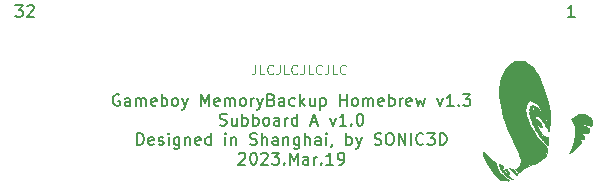
<source format=gto>
%TF.GenerationSoftware,KiCad,Pcbnew,(5.1.10-1-10_14)*%
%TF.CreationDate,2023-03-27T22:45:21+08:00*%
%TF.ProjectId,GB_MemoryBackup_Subboard_A,47425f4d-656d-46f7-9279-4261636b7570,1.0*%
%TF.SameCoordinates,Original*%
%TF.FileFunction,Legend,Top*%
%TF.FilePolarity,Positive*%
%FSLAX46Y46*%
G04 Gerber Fmt 4.6, Leading zero omitted, Abs format (unit mm)*
G04 Created by KiCad (PCBNEW (5.1.10-1-10_14)) date 2023-03-27 22:45:21*
%MOMM*%
%LPD*%
G01*
G04 APERTURE LIST*
%ADD10C,0.100000*%
%ADD11C,0.150000*%
%ADD12C,0.010000*%
G04 APERTURE END LIST*
D10*
X165849761Y-101161904D02*
X165849761Y-101733333D01*
X165811666Y-101847619D01*
X165735476Y-101923809D01*
X165621190Y-101961904D01*
X165545000Y-101961904D01*
X166611666Y-101961904D02*
X166230714Y-101961904D01*
X166230714Y-101161904D01*
X167335476Y-101885714D02*
X167297380Y-101923809D01*
X167183095Y-101961904D01*
X167106904Y-101961904D01*
X166992619Y-101923809D01*
X166916428Y-101847619D01*
X166878333Y-101771428D01*
X166840238Y-101619047D01*
X166840238Y-101504761D01*
X166878333Y-101352380D01*
X166916428Y-101276190D01*
X166992619Y-101200000D01*
X167106904Y-101161904D01*
X167183095Y-101161904D01*
X167297380Y-101200000D01*
X167335476Y-101238095D01*
X167906904Y-101161904D02*
X167906904Y-101733333D01*
X167868809Y-101847619D01*
X167792619Y-101923809D01*
X167678333Y-101961904D01*
X167602142Y-101961904D01*
X168668809Y-101961904D02*
X168287857Y-101961904D01*
X168287857Y-101161904D01*
X169392619Y-101885714D02*
X169354523Y-101923809D01*
X169240238Y-101961904D01*
X169164047Y-101961904D01*
X169049761Y-101923809D01*
X168973571Y-101847619D01*
X168935476Y-101771428D01*
X168897380Y-101619047D01*
X168897380Y-101504761D01*
X168935476Y-101352380D01*
X168973571Y-101276190D01*
X169049761Y-101200000D01*
X169164047Y-101161904D01*
X169240238Y-101161904D01*
X169354523Y-101200000D01*
X169392619Y-101238095D01*
X169964047Y-101161904D02*
X169964047Y-101733333D01*
X169925952Y-101847619D01*
X169849761Y-101923809D01*
X169735476Y-101961904D01*
X169659285Y-101961904D01*
X170725952Y-101961904D02*
X170345000Y-101961904D01*
X170345000Y-101161904D01*
X171449761Y-101885714D02*
X171411666Y-101923809D01*
X171297380Y-101961904D01*
X171221190Y-101961904D01*
X171106904Y-101923809D01*
X171030714Y-101847619D01*
X170992619Y-101771428D01*
X170954523Y-101619047D01*
X170954523Y-101504761D01*
X170992619Y-101352380D01*
X171030714Y-101276190D01*
X171106904Y-101200000D01*
X171221190Y-101161904D01*
X171297380Y-101161904D01*
X171411666Y-101200000D01*
X171449761Y-101238095D01*
X172021190Y-101161904D02*
X172021190Y-101733333D01*
X171983095Y-101847619D01*
X171906904Y-101923809D01*
X171792619Y-101961904D01*
X171716428Y-101961904D01*
X172783095Y-101961904D02*
X172402142Y-101961904D01*
X172402142Y-101161904D01*
X173506904Y-101885714D02*
X173468809Y-101923809D01*
X173354523Y-101961904D01*
X173278333Y-101961904D01*
X173164047Y-101923809D01*
X173087857Y-101847619D01*
X173049761Y-101771428D01*
X173011666Y-101619047D01*
X173011666Y-101504761D01*
X173049761Y-101352380D01*
X173087857Y-101276190D01*
X173164047Y-101200000D01*
X173278333Y-101161904D01*
X173354523Y-101161904D01*
X173468809Y-101200000D01*
X173506904Y-101238095D01*
D11*
X154338571Y-103705000D02*
X154243333Y-103657380D01*
X154100476Y-103657380D01*
X153957619Y-103705000D01*
X153862380Y-103800238D01*
X153814761Y-103895476D01*
X153767142Y-104085952D01*
X153767142Y-104228809D01*
X153814761Y-104419285D01*
X153862380Y-104514523D01*
X153957619Y-104609761D01*
X154100476Y-104657380D01*
X154195714Y-104657380D01*
X154338571Y-104609761D01*
X154386190Y-104562142D01*
X154386190Y-104228809D01*
X154195714Y-104228809D01*
X155243333Y-104657380D02*
X155243333Y-104133571D01*
X155195714Y-104038333D01*
X155100476Y-103990714D01*
X154910000Y-103990714D01*
X154814761Y-104038333D01*
X155243333Y-104609761D02*
X155148095Y-104657380D01*
X154910000Y-104657380D01*
X154814761Y-104609761D01*
X154767142Y-104514523D01*
X154767142Y-104419285D01*
X154814761Y-104324047D01*
X154910000Y-104276428D01*
X155148095Y-104276428D01*
X155243333Y-104228809D01*
X155719523Y-104657380D02*
X155719523Y-103990714D01*
X155719523Y-104085952D02*
X155767142Y-104038333D01*
X155862380Y-103990714D01*
X156005238Y-103990714D01*
X156100476Y-104038333D01*
X156148095Y-104133571D01*
X156148095Y-104657380D01*
X156148095Y-104133571D02*
X156195714Y-104038333D01*
X156290952Y-103990714D01*
X156433809Y-103990714D01*
X156529047Y-104038333D01*
X156576666Y-104133571D01*
X156576666Y-104657380D01*
X157433809Y-104609761D02*
X157338571Y-104657380D01*
X157148095Y-104657380D01*
X157052857Y-104609761D01*
X157005238Y-104514523D01*
X157005238Y-104133571D01*
X157052857Y-104038333D01*
X157148095Y-103990714D01*
X157338571Y-103990714D01*
X157433809Y-104038333D01*
X157481428Y-104133571D01*
X157481428Y-104228809D01*
X157005238Y-104324047D01*
X157910000Y-104657380D02*
X157910000Y-103657380D01*
X157910000Y-104038333D02*
X158005238Y-103990714D01*
X158195714Y-103990714D01*
X158290952Y-104038333D01*
X158338571Y-104085952D01*
X158386190Y-104181190D01*
X158386190Y-104466904D01*
X158338571Y-104562142D01*
X158290952Y-104609761D01*
X158195714Y-104657380D01*
X158005238Y-104657380D01*
X157910000Y-104609761D01*
X158957619Y-104657380D02*
X158862380Y-104609761D01*
X158814761Y-104562142D01*
X158767142Y-104466904D01*
X158767142Y-104181190D01*
X158814761Y-104085952D01*
X158862380Y-104038333D01*
X158957619Y-103990714D01*
X159100476Y-103990714D01*
X159195714Y-104038333D01*
X159243333Y-104085952D01*
X159290952Y-104181190D01*
X159290952Y-104466904D01*
X159243333Y-104562142D01*
X159195714Y-104609761D01*
X159100476Y-104657380D01*
X158957619Y-104657380D01*
X159624285Y-103990714D02*
X159862380Y-104657380D01*
X160100476Y-103990714D02*
X159862380Y-104657380D01*
X159767142Y-104895476D01*
X159719523Y-104943095D01*
X159624285Y-104990714D01*
X161243333Y-104657380D02*
X161243333Y-103657380D01*
X161576666Y-104371666D01*
X161910000Y-103657380D01*
X161910000Y-104657380D01*
X162767142Y-104609761D02*
X162671904Y-104657380D01*
X162481428Y-104657380D01*
X162386190Y-104609761D01*
X162338571Y-104514523D01*
X162338571Y-104133571D01*
X162386190Y-104038333D01*
X162481428Y-103990714D01*
X162671904Y-103990714D01*
X162767142Y-104038333D01*
X162814761Y-104133571D01*
X162814761Y-104228809D01*
X162338571Y-104324047D01*
X163243333Y-104657380D02*
X163243333Y-103990714D01*
X163243333Y-104085952D02*
X163290952Y-104038333D01*
X163386190Y-103990714D01*
X163529047Y-103990714D01*
X163624285Y-104038333D01*
X163671904Y-104133571D01*
X163671904Y-104657380D01*
X163671904Y-104133571D02*
X163719523Y-104038333D01*
X163814761Y-103990714D01*
X163957619Y-103990714D01*
X164052857Y-104038333D01*
X164100476Y-104133571D01*
X164100476Y-104657380D01*
X164719523Y-104657380D02*
X164624285Y-104609761D01*
X164576666Y-104562142D01*
X164529047Y-104466904D01*
X164529047Y-104181190D01*
X164576666Y-104085952D01*
X164624285Y-104038333D01*
X164719523Y-103990714D01*
X164862380Y-103990714D01*
X164957619Y-104038333D01*
X165005238Y-104085952D01*
X165052857Y-104181190D01*
X165052857Y-104466904D01*
X165005238Y-104562142D01*
X164957619Y-104609761D01*
X164862380Y-104657380D01*
X164719523Y-104657380D01*
X165481428Y-104657380D02*
X165481428Y-103990714D01*
X165481428Y-104181190D02*
X165529047Y-104085952D01*
X165576666Y-104038333D01*
X165671904Y-103990714D01*
X165767142Y-103990714D01*
X166005238Y-103990714D02*
X166243333Y-104657380D01*
X166481428Y-103990714D02*
X166243333Y-104657380D01*
X166148095Y-104895476D01*
X166100476Y-104943095D01*
X166005238Y-104990714D01*
X167195714Y-104133571D02*
X167338571Y-104181190D01*
X167386190Y-104228809D01*
X167433809Y-104324047D01*
X167433809Y-104466904D01*
X167386190Y-104562142D01*
X167338571Y-104609761D01*
X167243333Y-104657380D01*
X166862380Y-104657380D01*
X166862380Y-103657380D01*
X167195714Y-103657380D01*
X167290952Y-103705000D01*
X167338571Y-103752619D01*
X167386190Y-103847857D01*
X167386190Y-103943095D01*
X167338571Y-104038333D01*
X167290952Y-104085952D01*
X167195714Y-104133571D01*
X166862380Y-104133571D01*
X168290952Y-104657380D02*
X168290952Y-104133571D01*
X168243333Y-104038333D01*
X168148095Y-103990714D01*
X167957619Y-103990714D01*
X167862380Y-104038333D01*
X168290952Y-104609761D02*
X168195714Y-104657380D01*
X167957619Y-104657380D01*
X167862380Y-104609761D01*
X167814761Y-104514523D01*
X167814761Y-104419285D01*
X167862380Y-104324047D01*
X167957619Y-104276428D01*
X168195714Y-104276428D01*
X168290952Y-104228809D01*
X169195714Y-104609761D02*
X169100476Y-104657380D01*
X168910000Y-104657380D01*
X168814761Y-104609761D01*
X168767142Y-104562142D01*
X168719523Y-104466904D01*
X168719523Y-104181190D01*
X168767142Y-104085952D01*
X168814761Y-104038333D01*
X168910000Y-103990714D01*
X169100476Y-103990714D01*
X169195714Y-104038333D01*
X169624285Y-104657380D02*
X169624285Y-103657380D01*
X169719523Y-104276428D02*
X170005238Y-104657380D01*
X170005238Y-103990714D02*
X169624285Y-104371666D01*
X170862380Y-103990714D02*
X170862380Y-104657380D01*
X170433809Y-103990714D02*
X170433809Y-104514523D01*
X170481428Y-104609761D01*
X170576666Y-104657380D01*
X170719523Y-104657380D01*
X170814761Y-104609761D01*
X170862380Y-104562142D01*
X171338571Y-103990714D02*
X171338571Y-104990714D01*
X171338571Y-104038333D02*
X171433809Y-103990714D01*
X171624285Y-103990714D01*
X171719523Y-104038333D01*
X171767142Y-104085952D01*
X171814761Y-104181190D01*
X171814761Y-104466904D01*
X171767142Y-104562142D01*
X171719523Y-104609761D01*
X171624285Y-104657380D01*
X171433809Y-104657380D01*
X171338571Y-104609761D01*
X173005238Y-104657380D02*
X173005238Y-103657380D01*
X173005238Y-104133571D02*
X173576666Y-104133571D01*
X173576666Y-104657380D02*
X173576666Y-103657380D01*
X174195714Y-104657380D02*
X174100476Y-104609761D01*
X174052857Y-104562142D01*
X174005238Y-104466904D01*
X174005238Y-104181190D01*
X174052857Y-104085952D01*
X174100476Y-104038333D01*
X174195714Y-103990714D01*
X174338571Y-103990714D01*
X174433809Y-104038333D01*
X174481428Y-104085952D01*
X174529047Y-104181190D01*
X174529047Y-104466904D01*
X174481428Y-104562142D01*
X174433809Y-104609761D01*
X174338571Y-104657380D01*
X174195714Y-104657380D01*
X174957619Y-104657380D02*
X174957619Y-103990714D01*
X174957619Y-104085952D02*
X175005238Y-104038333D01*
X175100476Y-103990714D01*
X175243333Y-103990714D01*
X175338571Y-104038333D01*
X175386190Y-104133571D01*
X175386190Y-104657380D01*
X175386190Y-104133571D02*
X175433809Y-104038333D01*
X175529047Y-103990714D01*
X175671904Y-103990714D01*
X175767142Y-104038333D01*
X175814761Y-104133571D01*
X175814761Y-104657380D01*
X176671904Y-104609761D02*
X176576666Y-104657380D01*
X176386190Y-104657380D01*
X176290952Y-104609761D01*
X176243333Y-104514523D01*
X176243333Y-104133571D01*
X176290952Y-104038333D01*
X176386190Y-103990714D01*
X176576666Y-103990714D01*
X176671904Y-104038333D01*
X176719523Y-104133571D01*
X176719523Y-104228809D01*
X176243333Y-104324047D01*
X177148095Y-104657380D02*
X177148095Y-103657380D01*
X177148095Y-104038333D02*
X177243333Y-103990714D01*
X177433809Y-103990714D01*
X177529047Y-104038333D01*
X177576666Y-104085952D01*
X177624285Y-104181190D01*
X177624285Y-104466904D01*
X177576666Y-104562142D01*
X177529047Y-104609761D01*
X177433809Y-104657380D01*
X177243333Y-104657380D01*
X177148095Y-104609761D01*
X178052857Y-104657380D02*
X178052857Y-103990714D01*
X178052857Y-104181190D02*
X178100476Y-104085952D01*
X178148095Y-104038333D01*
X178243333Y-103990714D01*
X178338571Y-103990714D01*
X179052857Y-104609761D02*
X178957619Y-104657380D01*
X178767142Y-104657380D01*
X178671904Y-104609761D01*
X178624285Y-104514523D01*
X178624285Y-104133571D01*
X178671904Y-104038333D01*
X178767142Y-103990714D01*
X178957619Y-103990714D01*
X179052857Y-104038333D01*
X179100476Y-104133571D01*
X179100476Y-104228809D01*
X178624285Y-104324047D01*
X179433809Y-103990714D02*
X179624285Y-104657380D01*
X179814761Y-104181190D01*
X180005238Y-104657380D01*
X180195714Y-103990714D01*
X181243333Y-103990714D02*
X181481428Y-104657380D01*
X181719523Y-103990714D01*
X182624285Y-104657380D02*
X182052857Y-104657380D01*
X182338571Y-104657380D02*
X182338571Y-103657380D01*
X182243333Y-103800238D01*
X182148095Y-103895476D01*
X182052857Y-103943095D01*
X183052857Y-104562142D02*
X183100476Y-104609761D01*
X183052857Y-104657380D01*
X183005238Y-104609761D01*
X183052857Y-104562142D01*
X183052857Y-104657380D01*
X183433809Y-103657380D02*
X184052857Y-103657380D01*
X183719523Y-104038333D01*
X183862380Y-104038333D01*
X183957619Y-104085952D01*
X184005238Y-104133571D01*
X184052857Y-104228809D01*
X184052857Y-104466904D01*
X184005238Y-104562142D01*
X183957619Y-104609761D01*
X183862380Y-104657380D01*
X183576666Y-104657380D01*
X183481428Y-104609761D01*
X183433809Y-104562142D01*
X162838571Y-106259761D02*
X162981428Y-106307380D01*
X163219523Y-106307380D01*
X163314761Y-106259761D01*
X163362380Y-106212142D01*
X163410000Y-106116904D01*
X163410000Y-106021666D01*
X163362380Y-105926428D01*
X163314761Y-105878809D01*
X163219523Y-105831190D01*
X163029047Y-105783571D01*
X162933809Y-105735952D01*
X162886190Y-105688333D01*
X162838571Y-105593095D01*
X162838571Y-105497857D01*
X162886190Y-105402619D01*
X162933809Y-105355000D01*
X163029047Y-105307380D01*
X163267142Y-105307380D01*
X163410000Y-105355000D01*
X164267142Y-105640714D02*
X164267142Y-106307380D01*
X163838571Y-105640714D02*
X163838571Y-106164523D01*
X163886190Y-106259761D01*
X163981428Y-106307380D01*
X164124285Y-106307380D01*
X164219523Y-106259761D01*
X164267142Y-106212142D01*
X164743333Y-106307380D02*
X164743333Y-105307380D01*
X164743333Y-105688333D02*
X164838571Y-105640714D01*
X165029047Y-105640714D01*
X165124285Y-105688333D01*
X165171904Y-105735952D01*
X165219523Y-105831190D01*
X165219523Y-106116904D01*
X165171904Y-106212142D01*
X165124285Y-106259761D01*
X165029047Y-106307380D01*
X164838571Y-106307380D01*
X164743333Y-106259761D01*
X165648095Y-106307380D02*
X165648095Y-105307380D01*
X165648095Y-105688333D02*
X165743333Y-105640714D01*
X165933809Y-105640714D01*
X166029047Y-105688333D01*
X166076666Y-105735952D01*
X166124285Y-105831190D01*
X166124285Y-106116904D01*
X166076666Y-106212142D01*
X166029047Y-106259761D01*
X165933809Y-106307380D01*
X165743333Y-106307380D01*
X165648095Y-106259761D01*
X166695714Y-106307380D02*
X166600476Y-106259761D01*
X166552857Y-106212142D01*
X166505238Y-106116904D01*
X166505238Y-105831190D01*
X166552857Y-105735952D01*
X166600476Y-105688333D01*
X166695714Y-105640714D01*
X166838571Y-105640714D01*
X166933809Y-105688333D01*
X166981428Y-105735952D01*
X167029047Y-105831190D01*
X167029047Y-106116904D01*
X166981428Y-106212142D01*
X166933809Y-106259761D01*
X166838571Y-106307380D01*
X166695714Y-106307380D01*
X167886190Y-106307380D02*
X167886190Y-105783571D01*
X167838571Y-105688333D01*
X167743333Y-105640714D01*
X167552857Y-105640714D01*
X167457619Y-105688333D01*
X167886190Y-106259761D02*
X167790952Y-106307380D01*
X167552857Y-106307380D01*
X167457619Y-106259761D01*
X167410000Y-106164523D01*
X167410000Y-106069285D01*
X167457619Y-105974047D01*
X167552857Y-105926428D01*
X167790952Y-105926428D01*
X167886190Y-105878809D01*
X168362380Y-106307380D02*
X168362380Y-105640714D01*
X168362380Y-105831190D02*
X168410000Y-105735952D01*
X168457619Y-105688333D01*
X168552857Y-105640714D01*
X168648095Y-105640714D01*
X169410000Y-106307380D02*
X169410000Y-105307380D01*
X169410000Y-106259761D02*
X169314761Y-106307380D01*
X169124285Y-106307380D01*
X169029047Y-106259761D01*
X168981428Y-106212142D01*
X168933809Y-106116904D01*
X168933809Y-105831190D01*
X168981428Y-105735952D01*
X169029047Y-105688333D01*
X169124285Y-105640714D01*
X169314761Y-105640714D01*
X169410000Y-105688333D01*
X170600476Y-106021666D02*
X171076666Y-106021666D01*
X170505238Y-106307380D02*
X170838571Y-105307380D01*
X171171904Y-106307380D01*
X172171904Y-105640714D02*
X172410000Y-106307380D01*
X172648095Y-105640714D01*
X173552857Y-106307380D02*
X172981428Y-106307380D01*
X173267142Y-106307380D02*
X173267142Y-105307380D01*
X173171904Y-105450238D01*
X173076666Y-105545476D01*
X172981428Y-105593095D01*
X173981428Y-106212142D02*
X174029047Y-106259761D01*
X173981428Y-106307380D01*
X173933809Y-106259761D01*
X173981428Y-106212142D01*
X173981428Y-106307380D01*
X174648095Y-105307380D02*
X174743333Y-105307380D01*
X174838571Y-105355000D01*
X174886190Y-105402619D01*
X174933809Y-105497857D01*
X174981428Y-105688333D01*
X174981428Y-105926428D01*
X174933809Y-106116904D01*
X174886190Y-106212142D01*
X174838571Y-106259761D01*
X174743333Y-106307380D01*
X174648095Y-106307380D01*
X174552857Y-106259761D01*
X174505238Y-106212142D01*
X174457619Y-106116904D01*
X174409999Y-105926428D01*
X174409999Y-105688333D01*
X174457619Y-105497857D01*
X174505238Y-105402619D01*
X174552857Y-105355000D01*
X174648095Y-105307380D01*
X155838571Y-107957380D02*
X155838571Y-106957380D01*
X156076666Y-106957380D01*
X156219523Y-107005000D01*
X156314761Y-107100238D01*
X156362380Y-107195476D01*
X156410000Y-107385952D01*
X156410000Y-107528809D01*
X156362380Y-107719285D01*
X156314761Y-107814523D01*
X156219523Y-107909761D01*
X156076666Y-107957380D01*
X155838571Y-107957380D01*
X157219523Y-107909761D02*
X157124285Y-107957380D01*
X156933809Y-107957380D01*
X156838571Y-107909761D01*
X156790952Y-107814523D01*
X156790952Y-107433571D01*
X156838571Y-107338333D01*
X156933809Y-107290714D01*
X157124285Y-107290714D01*
X157219523Y-107338333D01*
X157267142Y-107433571D01*
X157267142Y-107528809D01*
X156790952Y-107624047D01*
X157648095Y-107909761D02*
X157743333Y-107957380D01*
X157933809Y-107957380D01*
X158029047Y-107909761D01*
X158076666Y-107814523D01*
X158076666Y-107766904D01*
X158029047Y-107671666D01*
X157933809Y-107624047D01*
X157790952Y-107624047D01*
X157695714Y-107576428D01*
X157648095Y-107481190D01*
X157648095Y-107433571D01*
X157695714Y-107338333D01*
X157790952Y-107290714D01*
X157933809Y-107290714D01*
X158029047Y-107338333D01*
X158505238Y-107957380D02*
X158505238Y-107290714D01*
X158505238Y-106957380D02*
X158457619Y-107005000D01*
X158505238Y-107052619D01*
X158552857Y-107005000D01*
X158505238Y-106957380D01*
X158505238Y-107052619D01*
X159410000Y-107290714D02*
X159410000Y-108100238D01*
X159362380Y-108195476D01*
X159314761Y-108243095D01*
X159219523Y-108290714D01*
X159076666Y-108290714D01*
X158981428Y-108243095D01*
X159410000Y-107909761D02*
X159314761Y-107957380D01*
X159124285Y-107957380D01*
X159029047Y-107909761D01*
X158981428Y-107862142D01*
X158933809Y-107766904D01*
X158933809Y-107481190D01*
X158981428Y-107385952D01*
X159029047Y-107338333D01*
X159124285Y-107290714D01*
X159314761Y-107290714D01*
X159410000Y-107338333D01*
X159886190Y-107290714D02*
X159886190Y-107957380D01*
X159886190Y-107385952D02*
X159933809Y-107338333D01*
X160029047Y-107290714D01*
X160171904Y-107290714D01*
X160267142Y-107338333D01*
X160314761Y-107433571D01*
X160314761Y-107957380D01*
X161171904Y-107909761D02*
X161076666Y-107957380D01*
X160886190Y-107957380D01*
X160790952Y-107909761D01*
X160743333Y-107814523D01*
X160743333Y-107433571D01*
X160790952Y-107338333D01*
X160886190Y-107290714D01*
X161076666Y-107290714D01*
X161171904Y-107338333D01*
X161219523Y-107433571D01*
X161219523Y-107528809D01*
X160743333Y-107624047D01*
X162076666Y-107957380D02*
X162076666Y-106957380D01*
X162076666Y-107909761D02*
X161981428Y-107957380D01*
X161790952Y-107957380D01*
X161695714Y-107909761D01*
X161648095Y-107862142D01*
X161600476Y-107766904D01*
X161600476Y-107481190D01*
X161648095Y-107385952D01*
X161695714Y-107338333D01*
X161790952Y-107290714D01*
X161981428Y-107290714D01*
X162076666Y-107338333D01*
X163314761Y-107957380D02*
X163314761Y-107290714D01*
X163314761Y-106957380D02*
X163267142Y-107005000D01*
X163314761Y-107052619D01*
X163362380Y-107005000D01*
X163314761Y-106957380D01*
X163314761Y-107052619D01*
X163790952Y-107290714D02*
X163790952Y-107957380D01*
X163790952Y-107385952D02*
X163838571Y-107338333D01*
X163933809Y-107290714D01*
X164076666Y-107290714D01*
X164171904Y-107338333D01*
X164219523Y-107433571D01*
X164219523Y-107957380D01*
X165410000Y-107909761D02*
X165552857Y-107957380D01*
X165790952Y-107957380D01*
X165886190Y-107909761D01*
X165933809Y-107862142D01*
X165981428Y-107766904D01*
X165981428Y-107671666D01*
X165933809Y-107576428D01*
X165886190Y-107528809D01*
X165790952Y-107481190D01*
X165600476Y-107433571D01*
X165505238Y-107385952D01*
X165457619Y-107338333D01*
X165410000Y-107243095D01*
X165410000Y-107147857D01*
X165457619Y-107052619D01*
X165505238Y-107005000D01*
X165600476Y-106957380D01*
X165838571Y-106957380D01*
X165981428Y-107005000D01*
X166410000Y-107957380D02*
X166410000Y-106957380D01*
X166838571Y-107957380D02*
X166838571Y-107433571D01*
X166790952Y-107338333D01*
X166695714Y-107290714D01*
X166552857Y-107290714D01*
X166457619Y-107338333D01*
X166410000Y-107385952D01*
X167743333Y-107957380D02*
X167743333Y-107433571D01*
X167695714Y-107338333D01*
X167600476Y-107290714D01*
X167410000Y-107290714D01*
X167314761Y-107338333D01*
X167743333Y-107909761D02*
X167648095Y-107957380D01*
X167410000Y-107957380D01*
X167314761Y-107909761D01*
X167267142Y-107814523D01*
X167267142Y-107719285D01*
X167314761Y-107624047D01*
X167410000Y-107576428D01*
X167648095Y-107576428D01*
X167743333Y-107528809D01*
X168219523Y-107290714D02*
X168219523Y-107957380D01*
X168219523Y-107385952D02*
X168267142Y-107338333D01*
X168362380Y-107290714D01*
X168505238Y-107290714D01*
X168600476Y-107338333D01*
X168648095Y-107433571D01*
X168648095Y-107957380D01*
X169552857Y-107290714D02*
X169552857Y-108100238D01*
X169505238Y-108195476D01*
X169457619Y-108243095D01*
X169362380Y-108290714D01*
X169219523Y-108290714D01*
X169124285Y-108243095D01*
X169552857Y-107909761D02*
X169457619Y-107957380D01*
X169267142Y-107957380D01*
X169171904Y-107909761D01*
X169124285Y-107862142D01*
X169076666Y-107766904D01*
X169076666Y-107481190D01*
X169124285Y-107385952D01*
X169171904Y-107338333D01*
X169267142Y-107290714D01*
X169457619Y-107290714D01*
X169552857Y-107338333D01*
X170029047Y-107957380D02*
X170029047Y-106957380D01*
X170457619Y-107957380D02*
X170457619Y-107433571D01*
X170410000Y-107338333D01*
X170314761Y-107290714D01*
X170171904Y-107290714D01*
X170076666Y-107338333D01*
X170029047Y-107385952D01*
X171362380Y-107957380D02*
X171362380Y-107433571D01*
X171314761Y-107338333D01*
X171219523Y-107290714D01*
X171029047Y-107290714D01*
X170933809Y-107338333D01*
X171362380Y-107909761D02*
X171267142Y-107957380D01*
X171029047Y-107957380D01*
X170933809Y-107909761D01*
X170886190Y-107814523D01*
X170886190Y-107719285D01*
X170933809Y-107624047D01*
X171029047Y-107576428D01*
X171267142Y-107576428D01*
X171362380Y-107528809D01*
X171838571Y-107957380D02*
X171838571Y-107290714D01*
X171838571Y-106957380D02*
X171790952Y-107005000D01*
X171838571Y-107052619D01*
X171886190Y-107005000D01*
X171838571Y-106957380D01*
X171838571Y-107052619D01*
X172362380Y-107909761D02*
X172362380Y-107957380D01*
X172314761Y-108052619D01*
X172267142Y-108100238D01*
X173552857Y-107957380D02*
X173552857Y-106957380D01*
X173552857Y-107338333D02*
X173648095Y-107290714D01*
X173838571Y-107290714D01*
X173933809Y-107338333D01*
X173981428Y-107385952D01*
X174029047Y-107481190D01*
X174029047Y-107766904D01*
X173981428Y-107862142D01*
X173933809Y-107909761D01*
X173838571Y-107957380D01*
X173648095Y-107957380D01*
X173552857Y-107909761D01*
X174362380Y-107290714D02*
X174600476Y-107957380D01*
X174838571Y-107290714D02*
X174600476Y-107957380D01*
X174505238Y-108195476D01*
X174457619Y-108243095D01*
X174362380Y-108290714D01*
X175933809Y-107909761D02*
X176076666Y-107957380D01*
X176314761Y-107957380D01*
X176410000Y-107909761D01*
X176457619Y-107862142D01*
X176505238Y-107766904D01*
X176505238Y-107671666D01*
X176457619Y-107576428D01*
X176410000Y-107528809D01*
X176314761Y-107481190D01*
X176124285Y-107433571D01*
X176029047Y-107385952D01*
X175981428Y-107338333D01*
X175933809Y-107243095D01*
X175933809Y-107147857D01*
X175981428Y-107052619D01*
X176029047Y-107005000D01*
X176124285Y-106957380D01*
X176362380Y-106957380D01*
X176505238Y-107005000D01*
X177124285Y-106957380D02*
X177314761Y-106957380D01*
X177409999Y-107005000D01*
X177505238Y-107100238D01*
X177552857Y-107290714D01*
X177552857Y-107624047D01*
X177505238Y-107814523D01*
X177409999Y-107909761D01*
X177314761Y-107957380D01*
X177124285Y-107957380D01*
X177029047Y-107909761D01*
X176933809Y-107814523D01*
X176886190Y-107624047D01*
X176886190Y-107290714D01*
X176933809Y-107100238D01*
X177029047Y-107005000D01*
X177124285Y-106957380D01*
X177981428Y-107957380D02*
X177981428Y-106957380D01*
X178552857Y-107957380D01*
X178552857Y-106957380D01*
X179029047Y-107957380D02*
X179029047Y-106957380D01*
X180076666Y-107862142D02*
X180029047Y-107909761D01*
X179886190Y-107957380D01*
X179790952Y-107957380D01*
X179648095Y-107909761D01*
X179552857Y-107814523D01*
X179505238Y-107719285D01*
X179457619Y-107528809D01*
X179457619Y-107385952D01*
X179505238Y-107195476D01*
X179552857Y-107100238D01*
X179648095Y-107005000D01*
X179790952Y-106957380D01*
X179886190Y-106957380D01*
X180029047Y-107005000D01*
X180076666Y-107052619D01*
X180410000Y-106957380D02*
X181029047Y-106957380D01*
X180695714Y-107338333D01*
X180838571Y-107338333D01*
X180933809Y-107385952D01*
X180981428Y-107433571D01*
X181029047Y-107528809D01*
X181029047Y-107766904D01*
X180981428Y-107862142D01*
X180933809Y-107909761D01*
X180838571Y-107957380D01*
X180552857Y-107957380D01*
X180457619Y-107909761D01*
X180410000Y-107862142D01*
X181457619Y-107957380D02*
X181457619Y-106957380D01*
X181695714Y-106957380D01*
X181838571Y-107005000D01*
X181933809Y-107100238D01*
X181981428Y-107195476D01*
X182029047Y-107385952D01*
X182029047Y-107528809D01*
X181981428Y-107719285D01*
X181933809Y-107814523D01*
X181838571Y-107909761D01*
X181695714Y-107957380D01*
X181457619Y-107957380D01*
X164433809Y-108702619D02*
X164481428Y-108655000D01*
X164576666Y-108607380D01*
X164814761Y-108607380D01*
X164910000Y-108655000D01*
X164957619Y-108702619D01*
X165005238Y-108797857D01*
X165005238Y-108893095D01*
X164957619Y-109035952D01*
X164386190Y-109607380D01*
X165005238Y-109607380D01*
X165624285Y-108607380D02*
X165719523Y-108607380D01*
X165814761Y-108655000D01*
X165862380Y-108702619D01*
X165910000Y-108797857D01*
X165957619Y-108988333D01*
X165957619Y-109226428D01*
X165910000Y-109416904D01*
X165862380Y-109512142D01*
X165814761Y-109559761D01*
X165719523Y-109607380D01*
X165624285Y-109607380D01*
X165529047Y-109559761D01*
X165481428Y-109512142D01*
X165433809Y-109416904D01*
X165386190Y-109226428D01*
X165386190Y-108988333D01*
X165433809Y-108797857D01*
X165481428Y-108702619D01*
X165529047Y-108655000D01*
X165624285Y-108607380D01*
X166338571Y-108702619D02*
X166386190Y-108655000D01*
X166481428Y-108607380D01*
X166719523Y-108607380D01*
X166814761Y-108655000D01*
X166862380Y-108702619D01*
X166910000Y-108797857D01*
X166910000Y-108893095D01*
X166862380Y-109035952D01*
X166290952Y-109607380D01*
X166910000Y-109607380D01*
X167243333Y-108607380D02*
X167862380Y-108607380D01*
X167529047Y-108988333D01*
X167671904Y-108988333D01*
X167767142Y-109035952D01*
X167814761Y-109083571D01*
X167862380Y-109178809D01*
X167862380Y-109416904D01*
X167814761Y-109512142D01*
X167767142Y-109559761D01*
X167671904Y-109607380D01*
X167386190Y-109607380D01*
X167290952Y-109559761D01*
X167243333Y-109512142D01*
X168290952Y-109512142D02*
X168338571Y-109559761D01*
X168290952Y-109607380D01*
X168243333Y-109559761D01*
X168290952Y-109512142D01*
X168290952Y-109607380D01*
X168767142Y-109607380D02*
X168767142Y-108607380D01*
X169100476Y-109321666D01*
X169433809Y-108607380D01*
X169433809Y-109607380D01*
X170338571Y-109607380D02*
X170338571Y-109083571D01*
X170290952Y-108988333D01*
X170195714Y-108940714D01*
X170005238Y-108940714D01*
X169910000Y-108988333D01*
X170338571Y-109559761D02*
X170243333Y-109607380D01*
X170005238Y-109607380D01*
X169910000Y-109559761D01*
X169862380Y-109464523D01*
X169862380Y-109369285D01*
X169910000Y-109274047D01*
X170005238Y-109226428D01*
X170243333Y-109226428D01*
X170338571Y-109178809D01*
X170814761Y-109607380D02*
X170814761Y-108940714D01*
X170814761Y-109131190D02*
X170862380Y-109035952D01*
X170910000Y-108988333D01*
X171005238Y-108940714D01*
X171100476Y-108940714D01*
X171433809Y-109512142D02*
X171481428Y-109559761D01*
X171433809Y-109607380D01*
X171386190Y-109559761D01*
X171433809Y-109512142D01*
X171433809Y-109607380D01*
X172433809Y-109607380D02*
X171862380Y-109607380D01*
X172148095Y-109607380D02*
X172148095Y-108607380D01*
X172052857Y-108750238D01*
X171957619Y-108845476D01*
X171862380Y-108893095D01*
X172910000Y-109607380D02*
X173100476Y-109607380D01*
X173195714Y-109559761D01*
X173243333Y-109512142D01*
X173338571Y-109369285D01*
X173386190Y-109178809D01*
X173386190Y-108797857D01*
X173338571Y-108702619D01*
X173290952Y-108655000D01*
X173195714Y-108607380D01*
X173005238Y-108607380D01*
X172910000Y-108655000D01*
X172862380Y-108702619D01*
X172814761Y-108797857D01*
X172814761Y-109035952D01*
X172862380Y-109131190D01*
X172910000Y-109178809D01*
X173005238Y-109226428D01*
X173195714Y-109226428D01*
X173290952Y-109178809D01*
X173338571Y-109131190D01*
X173386190Y-109035952D01*
D12*
%TO.C,G\u002A\u002A\u002A*%
G36*
X189668611Y-104910286D02*
G01*
X189713684Y-104930532D01*
X189715239Y-104956118D01*
X189695611Y-104992625D01*
X189669574Y-104980471D01*
X189644237Y-104951417D01*
X189625141Y-104916521D01*
X189660027Y-104909727D01*
X189668611Y-104910286D01*
G37*
X189668611Y-104910286D02*
X189713684Y-104930532D01*
X189715239Y-104956118D01*
X189695611Y-104992625D01*
X189669574Y-104980471D01*
X189644237Y-104951417D01*
X189625141Y-104916521D01*
X189660027Y-104909727D01*
X189668611Y-104910286D01*
G36*
X190372077Y-105910410D02*
G01*
X190373000Y-105918000D01*
X190348839Y-105948827D01*
X190341250Y-105949750D01*
X190310422Y-105925589D01*
X190309500Y-105918000D01*
X190333660Y-105887172D01*
X190341250Y-105886250D01*
X190372077Y-105910410D01*
G37*
X190372077Y-105910410D02*
X190373000Y-105918000D01*
X190348839Y-105948827D01*
X190341250Y-105949750D01*
X190310422Y-105925589D01*
X190309500Y-105918000D01*
X190333660Y-105887172D01*
X190341250Y-105886250D01*
X190372077Y-105910410D01*
G36*
X190209344Y-107327843D02*
G01*
X190243429Y-107359812D01*
X190236437Y-107378190D01*
X190231998Y-107378500D01*
X190205144Y-107355948D01*
X190195343Y-107341844D01*
X190191600Y-107320117D01*
X190209344Y-107327843D01*
G37*
X190209344Y-107327843D02*
X190243429Y-107359812D01*
X190236437Y-107378190D01*
X190231998Y-107378500D01*
X190205144Y-107355948D01*
X190195343Y-107341844D01*
X190191600Y-107320117D01*
X190209344Y-107327843D01*
G36*
X189100526Y-104766959D02*
G01*
X189100282Y-104775000D01*
X189086616Y-104843065D01*
X189071250Y-104886125D01*
X189043963Y-104949625D01*
X189042217Y-104886125D01*
X189055815Y-104808180D01*
X189071250Y-104775000D01*
X189095734Y-104743396D01*
X189100526Y-104766959D01*
G37*
X189100526Y-104766959D02*
X189100282Y-104775000D01*
X189086616Y-104843065D01*
X189071250Y-104886125D01*
X189043963Y-104949625D01*
X189042217Y-104886125D01*
X189055815Y-104808180D01*
X189071250Y-104775000D01*
X189095734Y-104743396D01*
X189100526Y-104766959D01*
G36*
X189515750Y-104981375D02*
G01*
X189499875Y-104997250D01*
X189484000Y-104981375D01*
X189499875Y-104965500D01*
X189515750Y-104981375D01*
G37*
X189515750Y-104981375D02*
X189499875Y-104997250D01*
X189484000Y-104981375D01*
X189499875Y-104965500D01*
X189515750Y-104981375D01*
G36*
X189832811Y-105213017D02*
G01*
X189844731Y-105235375D01*
X189857083Y-105275405D01*
X189856066Y-105280493D01*
X189825032Y-105268243D01*
X189809437Y-105261972D01*
X189774715Y-105230561D01*
X189775372Y-105196938D01*
X189798103Y-105187750D01*
X189832811Y-105213017D01*
G37*
X189832811Y-105213017D02*
X189844731Y-105235375D01*
X189857083Y-105275405D01*
X189856066Y-105280493D01*
X189825032Y-105268243D01*
X189809437Y-105261972D01*
X189774715Y-105230561D01*
X189775372Y-105196938D01*
X189798103Y-105187750D01*
X189832811Y-105213017D01*
G36*
X189348537Y-105361533D02*
G01*
X189357000Y-105378250D01*
X189352123Y-105405973D01*
X189324638Y-105397728D01*
X189293500Y-105378250D01*
X189264311Y-105353644D01*
X189294319Y-105347088D01*
X189301437Y-105346986D01*
X189348537Y-105361533D01*
G37*
X189348537Y-105361533D02*
X189357000Y-105378250D01*
X189352123Y-105405973D01*
X189324638Y-105397728D01*
X189293500Y-105378250D01*
X189264311Y-105353644D01*
X189294319Y-105347088D01*
X189301437Y-105346986D01*
X189348537Y-105361533D01*
G36*
X189733087Y-105339637D02*
G01*
X189780266Y-105364650D01*
X189811975Y-105360053D01*
X189856044Y-105357153D01*
X189865000Y-105371150D01*
X189838937Y-105402365D01*
X189783486Y-105423261D01*
X189732756Y-105422717D01*
X189723963Y-105417130D01*
X189708370Y-105373294D01*
X189706736Y-105349145D01*
X189713716Y-105318315D01*
X189733087Y-105339637D01*
G37*
X189733087Y-105339637D02*
X189780266Y-105364650D01*
X189811975Y-105360053D01*
X189856044Y-105357153D01*
X189865000Y-105371150D01*
X189838937Y-105402365D01*
X189783486Y-105423261D01*
X189732756Y-105422717D01*
X189723963Y-105417130D01*
X189708370Y-105373294D01*
X189706736Y-105349145D01*
X189713716Y-105318315D01*
X189733087Y-105339637D01*
G36*
X189380457Y-105454624D02*
G01*
X189384487Y-105488884D01*
X189350849Y-105515766D01*
X189308358Y-105516341D01*
X189268207Y-105518287D01*
X189261750Y-105533603D01*
X189239534Y-105567121D01*
X189230000Y-105568750D01*
X189199295Y-105544482D01*
X189198250Y-105536214D01*
X189224046Y-105504729D01*
X189282312Y-105472278D01*
X189344363Y-105451707D01*
X189380457Y-105454624D01*
G37*
X189380457Y-105454624D02*
X189384487Y-105488884D01*
X189350849Y-105515766D01*
X189308358Y-105516341D01*
X189268207Y-105518287D01*
X189261750Y-105533603D01*
X189239534Y-105567121D01*
X189230000Y-105568750D01*
X189199295Y-105544482D01*
X189198250Y-105536214D01*
X189224046Y-105504729D01*
X189282312Y-105472278D01*
X189344363Y-105451707D01*
X189380457Y-105454624D01*
G36*
X189417502Y-104611629D02*
G01*
X189479201Y-104639059D01*
X189553496Y-104685844D01*
X189645147Y-104759983D01*
X189741254Y-104848729D01*
X189828918Y-104939337D01*
X189895240Y-105019058D01*
X189927319Y-105075146D01*
X189928500Y-105083031D01*
X189945908Y-105121022D01*
X189956891Y-105124250D01*
X189976633Y-105151286D01*
X189980703Y-105203602D01*
X189966136Y-105269468D01*
X189936817Y-105277829D01*
X189910431Y-105247700D01*
X189912572Y-105202806D01*
X189927822Y-105188168D01*
X189947703Y-105157458D01*
X189934601Y-105143895D01*
X189897522Y-105148727D01*
X189888750Y-105163739D01*
X189868021Y-105187522D01*
X189826246Y-105163127D01*
X189783785Y-105140182D01*
X189758763Y-105170708D01*
X189756920Y-105175386D01*
X189737037Y-105210508D01*
X189706923Y-105200028D01*
X189679275Y-105176196D01*
X189601825Y-105130917D01*
X189534690Y-105134134D01*
X189494038Y-105184789D01*
X189493024Y-105188419D01*
X189470087Y-105231381D01*
X189436204Y-105219358D01*
X189396464Y-105206728D01*
X189377579Y-105234564D01*
X189336876Y-105277281D01*
X189313129Y-105283000D01*
X189285256Y-105272087D01*
X189286650Y-105228815D01*
X189301071Y-105179812D01*
X189327239Y-105097439D01*
X189344450Y-105038847D01*
X189344942Y-105036937D01*
X189380628Y-105001329D01*
X189402632Y-104997250D01*
X189435861Y-105018608D01*
X189433214Y-105041663D01*
X189433203Y-105090800D01*
X189443663Y-105103068D01*
X189494329Y-105105474D01*
X189535231Y-105059235D01*
X189553373Y-104979123D01*
X189553393Y-104978336D01*
X189553110Y-104877523D01*
X189543956Y-104825455D01*
X189522458Y-104807606D01*
X189512353Y-104806750D01*
X189491123Y-104829845D01*
X189495481Y-104854375D01*
X189490551Y-104893013D01*
X189447811Y-104902000D01*
X189401012Y-104890635D01*
X189396713Y-104844736D01*
X189400878Y-104826248D01*
X189402056Y-104789562D01*
X189589833Y-104789562D01*
X189612141Y-104818157D01*
X189640104Y-104814214D01*
X189672332Y-104806336D01*
X189662155Y-104828633D01*
X189639029Y-104856928D01*
X189592428Y-104934412D01*
X189596150Y-104988759D01*
X189648116Y-105010820D01*
X189673737Y-105009669D01*
X189763183Y-105025819D01*
X189802454Y-105062074D01*
X189848637Y-105111916D01*
X189878772Y-105121120D01*
X189880146Y-105087187D01*
X189876481Y-105076625D01*
X189844284Y-105034586D01*
X189827979Y-105029000D01*
X189813480Y-105008768D01*
X189820406Y-104992344D01*
X189824169Y-104970321D01*
X189810015Y-104976112D01*
X189777644Y-104967016D01*
X189759621Y-104930198D01*
X189731614Y-104884335D01*
X189702991Y-104888138D01*
X189677046Y-104892289D01*
X189683797Y-104860067D01*
X189677189Y-104802556D01*
X189646859Y-104777199D01*
X189600837Y-104763728D01*
X189589833Y-104789562D01*
X189402056Y-104789562D01*
X189402877Y-104764029D01*
X189359853Y-104734825D01*
X189356651Y-104733959D01*
X189313870Y-104731954D01*
X189311204Y-104746210D01*
X189304995Y-104772898D01*
X189292727Y-104775000D01*
X189267333Y-104797644D01*
X189269410Y-104813855D01*
X189265403Y-104868533D01*
X189240699Y-104932917D01*
X189218853Y-104992835D01*
X189225220Y-105021983D01*
X189236130Y-105055493D01*
X189234461Y-105130775D01*
X189228316Y-105180733D01*
X189217211Y-105273183D01*
X189215239Y-105337638D01*
X189218132Y-105352243D01*
X189208501Y-105385556D01*
X189196259Y-105395355D01*
X189176723Y-105443027D01*
X189179387Y-105544369D01*
X189182845Y-105572174D01*
X189191355Y-105676013D01*
X189182944Y-105722601D01*
X189161729Y-105714603D01*
X189131824Y-105654682D01*
X189097344Y-105545504D01*
X189088565Y-105511127D01*
X189063615Y-105381179D01*
X189049713Y-105249549D01*
X189046899Y-105130660D01*
X189055212Y-105038932D01*
X189074692Y-104988788D01*
X189087125Y-104983632D01*
X189116718Y-105012344D01*
X189126542Y-105047132D01*
X189130113Y-105088680D01*
X189118893Y-105072739D01*
X189106505Y-105044875D01*
X189088908Y-105016546D01*
X189080056Y-105040444D01*
X189077334Y-105108375D01*
X189080328Y-105241509D01*
X189091364Y-105343749D01*
X189108484Y-105405240D01*
X189129732Y-105416129D01*
X189136779Y-105407803D01*
X189158769Y-105341297D01*
X189163782Y-105283000D01*
X189160320Y-105230086D01*
X189148669Y-105236601D01*
X189134750Y-105267125D01*
X189113371Y-105303258D01*
X189104847Y-105290436D01*
X189108805Y-105241811D01*
X189124876Y-105170535D01*
X189138718Y-105126512D01*
X189158469Y-105026973D01*
X189137529Y-104943047D01*
X189115869Y-104879043D01*
X189117004Y-104845662D01*
X189138990Y-104858371D01*
X189163805Y-104905327D01*
X189186613Y-104949257D01*
X189196013Y-104932139D01*
X189196237Y-104927686D01*
X189179951Y-104869382D01*
X189163734Y-104852665D01*
X189142042Y-104808365D01*
X189144886Y-104771416D01*
X189142354Y-104722661D01*
X189123840Y-104711290D01*
X189122500Y-104696508D01*
X189130117Y-104689952D01*
X189197149Y-104689952D01*
X189224515Y-104701857D01*
X189269752Y-104685795D01*
X189276847Y-104680395D01*
X189324198Y-104657612D01*
X189379489Y-104678582D01*
X189396677Y-104690080D01*
X189466029Y-104729781D01*
X189513474Y-104742368D01*
X189526750Y-104727560D01*
X189501242Y-104692456D01*
X189440146Y-104659734D01*
X189352511Y-104640647D01*
X189266570Y-104638571D01*
X189210559Y-104656881D01*
X189209806Y-104657610D01*
X189197149Y-104689952D01*
X189130117Y-104689952D01*
X189164862Y-104660049D01*
X189182375Y-104648000D01*
X189265251Y-104600828D01*
X189334855Y-104588969D01*
X189417502Y-104611629D01*
G37*
X189417502Y-104611629D02*
X189479201Y-104639059D01*
X189553496Y-104685844D01*
X189645147Y-104759983D01*
X189741254Y-104848729D01*
X189828918Y-104939337D01*
X189895240Y-105019058D01*
X189927319Y-105075146D01*
X189928500Y-105083031D01*
X189945908Y-105121022D01*
X189956891Y-105124250D01*
X189976633Y-105151286D01*
X189980703Y-105203602D01*
X189966136Y-105269468D01*
X189936817Y-105277829D01*
X189910431Y-105247700D01*
X189912572Y-105202806D01*
X189927822Y-105188168D01*
X189947703Y-105157458D01*
X189934601Y-105143895D01*
X189897522Y-105148727D01*
X189888750Y-105163739D01*
X189868021Y-105187522D01*
X189826246Y-105163127D01*
X189783785Y-105140182D01*
X189758763Y-105170708D01*
X189756920Y-105175386D01*
X189737037Y-105210508D01*
X189706923Y-105200028D01*
X189679275Y-105176196D01*
X189601825Y-105130917D01*
X189534690Y-105134134D01*
X189494038Y-105184789D01*
X189493024Y-105188419D01*
X189470087Y-105231381D01*
X189436204Y-105219358D01*
X189396464Y-105206728D01*
X189377579Y-105234564D01*
X189336876Y-105277281D01*
X189313129Y-105283000D01*
X189285256Y-105272087D01*
X189286650Y-105228815D01*
X189301071Y-105179812D01*
X189327239Y-105097439D01*
X189344450Y-105038847D01*
X189344942Y-105036937D01*
X189380628Y-105001329D01*
X189402632Y-104997250D01*
X189435861Y-105018608D01*
X189433214Y-105041663D01*
X189433203Y-105090800D01*
X189443663Y-105103068D01*
X189494329Y-105105474D01*
X189535231Y-105059235D01*
X189553373Y-104979123D01*
X189553393Y-104978336D01*
X189553110Y-104877523D01*
X189543956Y-104825455D01*
X189522458Y-104807606D01*
X189512353Y-104806750D01*
X189491123Y-104829845D01*
X189495481Y-104854375D01*
X189490551Y-104893013D01*
X189447811Y-104902000D01*
X189401012Y-104890635D01*
X189396713Y-104844736D01*
X189400878Y-104826248D01*
X189402056Y-104789562D01*
X189589833Y-104789562D01*
X189612141Y-104818157D01*
X189640104Y-104814214D01*
X189672332Y-104806336D01*
X189662155Y-104828633D01*
X189639029Y-104856928D01*
X189592428Y-104934412D01*
X189596150Y-104988759D01*
X189648116Y-105010820D01*
X189673737Y-105009669D01*
X189763183Y-105025819D01*
X189802454Y-105062074D01*
X189848637Y-105111916D01*
X189878772Y-105121120D01*
X189880146Y-105087187D01*
X189876481Y-105076625D01*
X189844284Y-105034586D01*
X189827979Y-105029000D01*
X189813480Y-105008768D01*
X189820406Y-104992344D01*
X189824169Y-104970321D01*
X189810015Y-104976112D01*
X189777644Y-104967016D01*
X189759621Y-104930198D01*
X189731614Y-104884335D01*
X189702991Y-104888138D01*
X189677046Y-104892289D01*
X189683797Y-104860067D01*
X189677189Y-104802556D01*
X189646859Y-104777199D01*
X189600837Y-104763728D01*
X189589833Y-104789562D01*
X189402056Y-104789562D01*
X189402877Y-104764029D01*
X189359853Y-104734825D01*
X189356651Y-104733959D01*
X189313870Y-104731954D01*
X189311204Y-104746210D01*
X189304995Y-104772898D01*
X189292727Y-104775000D01*
X189267333Y-104797644D01*
X189269410Y-104813855D01*
X189265403Y-104868533D01*
X189240699Y-104932917D01*
X189218853Y-104992835D01*
X189225220Y-105021983D01*
X189236130Y-105055493D01*
X189234461Y-105130775D01*
X189228316Y-105180733D01*
X189217211Y-105273183D01*
X189215239Y-105337638D01*
X189218132Y-105352243D01*
X189208501Y-105385556D01*
X189196259Y-105395355D01*
X189176723Y-105443027D01*
X189179387Y-105544369D01*
X189182845Y-105572174D01*
X189191355Y-105676013D01*
X189182944Y-105722601D01*
X189161729Y-105714603D01*
X189131824Y-105654682D01*
X189097344Y-105545504D01*
X189088565Y-105511127D01*
X189063615Y-105381179D01*
X189049713Y-105249549D01*
X189046899Y-105130660D01*
X189055212Y-105038932D01*
X189074692Y-104988788D01*
X189087125Y-104983632D01*
X189116718Y-105012344D01*
X189126542Y-105047132D01*
X189130113Y-105088680D01*
X189118893Y-105072739D01*
X189106505Y-105044875D01*
X189088908Y-105016546D01*
X189080056Y-105040444D01*
X189077334Y-105108375D01*
X189080328Y-105241509D01*
X189091364Y-105343749D01*
X189108484Y-105405240D01*
X189129732Y-105416129D01*
X189136779Y-105407803D01*
X189158769Y-105341297D01*
X189163782Y-105283000D01*
X189160320Y-105230086D01*
X189148669Y-105236601D01*
X189134750Y-105267125D01*
X189113371Y-105303258D01*
X189104847Y-105290436D01*
X189108805Y-105241811D01*
X189124876Y-105170535D01*
X189138718Y-105126512D01*
X189158469Y-105026973D01*
X189137529Y-104943047D01*
X189115869Y-104879043D01*
X189117004Y-104845662D01*
X189138990Y-104858371D01*
X189163805Y-104905327D01*
X189186613Y-104949257D01*
X189196013Y-104932139D01*
X189196237Y-104927686D01*
X189179951Y-104869382D01*
X189163734Y-104852665D01*
X189142042Y-104808365D01*
X189144886Y-104771416D01*
X189142354Y-104722661D01*
X189123840Y-104711290D01*
X189122500Y-104696508D01*
X189130117Y-104689952D01*
X189197149Y-104689952D01*
X189224515Y-104701857D01*
X189269752Y-104685795D01*
X189276847Y-104680395D01*
X189324198Y-104657612D01*
X189379489Y-104678582D01*
X189396677Y-104690080D01*
X189466029Y-104729781D01*
X189513474Y-104742368D01*
X189526750Y-104727560D01*
X189501242Y-104692456D01*
X189440146Y-104659734D01*
X189352511Y-104640647D01*
X189266570Y-104638571D01*
X189210559Y-104656881D01*
X189209806Y-104657610D01*
X189197149Y-104689952D01*
X189130117Y-104689952D01*
X189164862Y-104660049D01*
X189182375Y-104648000D01*
X189265251Y-104600828D01*
X189334855Y-104588969D01*
X189417502Y-104611629D01*
G36*
X189187666Y-105801583D02*
G01*
X189191466Y-105839263D01*
X189187666Y-105843916D01*
X189168791Y-105839558D01*
X189166500Y-105822750D01*
X189178116Y-105796616D01*
X189187666Y-105801583D01*
G37*
X189187666Y-105801583D02*
X189191466Y-105839263D01*
X189187666Y-105843916D01*
X189168791Y-105839558D01*
X189166500Y-105822750D01*
X189178116Y-105796616D01*
X189187666Y-105801583D01*
G36*
X189515750Y-106314875D02*
G01*
X189499875Y-106330750D01*
X189484000Y-106314875D01*
X189499875Y-106299000D01*
X189515750Y-106314875D01*
G37*
X189515750Y-106314875D02*
X189499875Y-106330750D01*
X189484000Y-106314875D01*
X189499875Y-106299000D01*
X189515750Y-106314875D01*
G36*
X189738707Y-105797456D02*
G01*
X189763040Y-105813366D01*
X189839005Y-105891076D01*
X189921749Y-106006872D01*
X189998079Y-106138566D01*
X190054801Y-106263967D01*
X190076556Y-106340657D01*
X190084843Y-106417666D01*
X190070724Y-106450765D01*
X190027834Y-106457750D01*
X189967769Y-106435653D01*
X189890218Y-106379354D01*
X189848088Y-106338984D01*
X189769943Y-106242240D01*
X189693843Y-106125043D01*
X189630096Y-106006080D01*
X189589011Y-105904037D01*
X189579250Y-105851662D01*
X189603045Y-105794588D01*
X189662276Y-105775253D01*
X189738707Y-105797456D01*
G37*
X189738707Y-105797456D02*
X189763040Y-105813366D01*
X189839005Y-105891076D01*
X189921749Y-106006872D01*
X189998079Y-106138566D01*
X190054801Y-106263967D01*
X190076556Y-106340657D01*
X190084843Y-106417666D01*
X190070724Y-106450765D01*
X190027834Y-106457750D01*
X189967769Y-106435653D01*
X189890218Y-106379354D01*
X189848088Y-106338984D01*
X189769943Y-106242240D01*
X189693843Y-106125043D01*
X189630096Y-106006080D01*
X189589011Y-105904037D01*
X189579250Y-105851662D01*
X189603045Y-105794588D01*
X189662276Y-105775253D01*
X189738707Y-105797456D01*
G36*
X189674145Y-106575910D02*
G01*
X189702626Y-106606744D01*
X189693554Y-106639779D01*
X189676512Y-106632807D01*
X189674013Y-106613854D01*
X189668159Y-106585486D01*
X189646232Y-106611952D01*
X189613611Y-106634996D01*
X189599276Y-106623216D01*
X189605648Y-106586612D01*
X189626040Y-106573588D01*
X189674145Y-106575910D01*
G37*
X189674145Y-106575910D02*
X189702626Y-106606744D01*
X189693554Y-106639779D01*
X189676512Y-106632807D01*
X189674013Y-106613854D01*
X189668159Y-106585486D01*
X189646232Y-106611952D01*
X189613611Y-106634996D01*
X189599276Y-106623216D01*
X189605648Y-106586612D01*
X189626040Y-106573588D01*
X189674145Y-106575910D01*
G36*
X190618010Y-106231913D02*
G01*
X190645759Y-106303942D01*
X190673005Y-106401145D01*
X190694044Y-106504830D01*
X190699574Y-106545062D01*
X190700501Y-106614968D01*
X190687186Y-106647879D01*
X190685001Y-106648250D01*
X190660201Y-106623326D01*
X190658750Y-106611208D01*
X190647373Y-106588369D01*
X190640338Y-106592578D01*
X190642761Y-106628875D01*
X190674210Y-106690780D01*
X190675073Y-106692102D01*
X190709140Y-106761481D01*
X190715451Y-106811519D01*
X190695464Y-106808641D01*
X190657933Y-106759986D01*
X190628803Y-106709349D01*
X190591577Y-106620593D01*
X190568295Y-106537125D01*
X190595250Y-106537125D01*
X190611125Y-106553000D01*
X190627000Y-106537125D01*
X190611125Y-106521250D01*
X190595250Y-106537125D01*
X190568295Y-106537125D01*
X190564076Y-106522001D01*
X190548357Y-106428916D01*
X190547820Y-106408251D01*
X190595250Y-106408251D01*
X190611826Y-106451692D01*
X190627000Y-106457750D01*
X190657841Y-106434962D01*
X190658750Y-106427873D01*
X190635670Y-106384873D01*
X190627000Y-106378375D01*
X190599818Y-106385572D01*
X190595250Y-106408251D01*
X190547820Y-106408251D01*
X190546477Y-106356681D01*
X190560493Y-106320638D01*
X190576946Y-106322500D01*
X190588733Y-106319989D01*
X190571712Y-106294235D01*
X190554803Y-106251375D01*
X190563500Y-106251375D01*
X190579375Y-106267250D01*
X190595250Y-106251375D01*
X190579375Y-106235500D01*
X190563500Y-106251375D01*
X190554803Y-106251375D01*
X190550218Y-106239756D01*
X190576350Y-106206534D01*
X190595459Y-106203750D01*
X190618010Y-106231913D01*
G37*
X190618010Y-106231913D02*
X190645759Y-106303942D01*
X190673005Y-106401145D01*
X190694044Y-106504830D01*
X190699574Y-106545062D01*
X190700501Y-106614968D01*
X190687186Y-106647879D01*
X190685001Y-106648250D01*
X190660201Y-106623326D01*
X190658750Y-106611208D01*
X190647373Y-106588369D01*
X190640338Y-106592578D01*
X190642761Y-106628875D01*
X190674210Y-106690780D01*
X190675073Y-106692102D01*
X190709140Y-106761481D01*
X190715451Y-106811519D01*
X190695464Y-106808641D01*
X190657933Y-106759986D01*
X190628803Y-106709349D01*
X190591577Y-106620593D01*
X190568295Y-106537125D01*
X190595250Y-106537125D01*
X190611125Y-106553000D01*
X190627000Y-106537125D01*
X190611125Y-106521250D01*
X190595250Y-106537125D01*
X190568295Y-106537125D01*
X190564076Y-106522001D01*
X190548357Y-106428916D01*
X190547820Y-106408251D01*
X190595250Y-106408251D01*
X190611826Y-106451692D01*
X190627000Y-106457750D01*
X190657841Y-106434962D01*
X190658750Y-106427873D01*
X190635670Y-106384873D01*
X190627000Y-106378375D01*
X190599818Y-106385572D01*
X190595250Y-106408251D01*
X190547820Y-106408251D01*
X190546477Y-106356681D01*
X190560493Y-106320638D01*
X190576946Y-106322500D01*
X190588733Y-106319989D01*
X190571712Y-106294235D01*
X190554803Y-106251375D01*
X190563500Y-106251375D01*
X190579375Y-106267250D01*
X190595250Y-106251375D01*
X190579375Y-106235500D01*
X190563500Y-106251375D01*
X190554803Y-106251375D01*
X190550218Y-106239756D01*
X190576350Y-106206534D01*
X190595459Y-106203750D01*
X190618010Y-106231913D01*
G36*
X190044551Y-105213472D02*
G01*
X190092847Y-105282151D01*
X190154298Y-105381052D01*
X190180721Y-105426401D01*
X190245294Y-105536116D01*
X190299942Y-105623238D01*
X190335869Y-105673963D01*
X190342817Y-105680843D01*
X190368291Y-105718817D01*
X190399521Y-105793264D01*
X190407034Y-105815254D01*
X190437165Y-105895072D01*
X190463578Y-105944800D01*
X190468420Y-105949750D01*
X190497032Y-105986486D01*
X190537060Y-106055423D01*
X190542409Y-106065716D01*
X190573755Y-106133867D01*
X190573405Y-106167199D01*
X190543545Y-106185047D01*
X190508756Y-106222438D01*
X190510099Y-106247773D01*
X190505181Y-106305827D01*
X190489846Y-106328203D01*
X190471059Y-106367206D01*
X190496197Y-106391900D01*
X190526850Y-106437752D01*
X190525356Y-106461056D01*
X190504381Y-106456553D01*
X190461519Y-106406450D01*
X190405156Y-106320967D01*
X190391552Y-106298041D01*
X190323613Y-106186755D01*
X190258687Y-106089323D01*
X190210396Y-106026144D01*
X190208928Y-106024537D01*
X190169927Y-105965243D01*
X190180112Y-105935350D01*
X190212502Y-105892209D01*
X190214250Y-105880488D01*
X190196859Y-105866417D01*
X190168602Y-105884609D01*
X190131940Y-105900234D01*
X190098092Y-105869975D01*
X190073023Y-105825937D01*
X190072344Y-105824957D01*
X190106566Y-105824957D01*
X190108961Y-105842384D01*
X190137434Y-105871271D01*
X190158834Y-105859115D01*
X190213119Y-105840389D01*
X190233993Y-105844502D01*
X190270913Y-105840781D01*
X190274250Y-105807467D01*
X190245715Y-105774949D01*
X190188642Y-105764337D01*
X190133665Y-105785245D01*
X190106566Y-105824957D01*
X190072344Y-105824957D01*
X190018960Y-105747975D01*
X189958289Y-105694706D01*
X189957458Y-105694256D01*
X189910532Y-105646876D01*
X189910528Y-105631645D01*
X189928500Y-105631645D01*
X189956443Y-105663241D01*
X190025333Y-105685402D01*
X190112759Y-105692940D01*
X190169504Y-105687428D01*
X190237924Y-105694069D01*
X190278693Y-105748707D01*
X190293975Y-105855830D01*
X190292117Y-105941976D01*
X190293419Y-106029074D01*
X190305978Y-106086058D01*
X190312796Y-106094662D01*
X190336974Y-106085232D01*
X190341250Y-106060875D01*
X190353984Y-106025022D01*
X190367969Y-106026015D01*
X190385185Y-106066193D01*
X190388948Y-106139014D01*
X190393070Y-106206291D01*
X190410960Y-106235465D01*
X190411728Y-106235500D01*
X190425913Y-106255253D01*
X190420625Y-106267250D01*
X190423142Y-106296507D01*
X190434626Y-106299000D01*
X190467061Y-106288824D01*
X190468250Y-106285191D01*
X190458170Y-106248600D01*
X190436595Y-106188127D01*
X190430325Y-106166671D01*
X190471952Y-106166671D01*
X190476614Y-106194436D01*
X190500000Y-106187875D01*
X190527625Y-106142564D01*
X190531263Y-106114563D01*
X190526125Y-106079031D01*
X190504176Y-106102110D01*
X190500000Y-106108500D01*
X190471952Y-106166671D01*
X190430325Y-106166671D01*
X190420079Y-106131617D01*
X190434267Y-106123537D01*
X190441991Y-106127768D01*
X190465739Y-106129180D01*
X190458767Y-106097833D01*
X190458404Y-106052656D01*
X190477183Y-106044034D01*
X190486452Y-106031088D01*
X190460312Y-106010706D01*
X190414068Y-105960869D01*
X190404750Y-105927149D01*
X190391506Y-105874142D01*
X190358284Y-105801073D01*
X190314848Y-105724075D01*
X190270961Y-105659279D01*
X190236387Y-105622820D01*
X190221934Y-105625072D01*
X190184039Y-105654535D01*
X190128341Y-105664000D01*
X190074105Y-105658291D01*
X190073662Y-105634309D01*
X190086515Y-105617260D01*
X190107732Y-105569770D01*
X190076795Y-105522010D01*
X190038834Y-105490337D01*
X190158961Y-105490337D01*
X190165319Y-105503137D01*
X190195594Y-105535962D01*
X190201163Y-105512813D01*
X190193456Y-105488005D01*
X190170081Y-105453428D01*
X190159523Y-105454143D01*
X190158961Y-105490337D01*
X190038834Y-105490337D01*
X190025189Y-105478953D01*
X190006834Y-105488745D01*
X190014550Y-105537000D01*
X190012433Y-105589026D01*
X189979828Y-105600500D01*
X189935247Y-105616257D01*
X189928500Y-105631645D01*
X189910528Y-105631645D01*
X189910522Y-105610404D01*
X189911205Y-105575929D01*
X189882251Y-105579703D01*
X189832192Y-105581465D01*
X189818742Y-105570962D01*
X189771528Y-105541926D01*
X189690024Y-105523363D01*
X189603057Y-105518773D01*
X189539453Y-105531655D01*
X189532562Y-105536222D01*
X189504245Y-105582354D01*
X189483444Y-105653936D01*
X189473866Y-105727529D01*
X189479222Y-105779690D01*
X189492249Y-105791000D01*
X189505404Y-105810744D01*
X189500280Y-105822093D01*
X189498267Y-105871997D01*
X189514257Y-105915211D01*
X189529201Y-105966139D01*
X189492641Y-105994286D01*
X189478040Y-105999266D01*
X189430245Y-106019330D01*
X189439677Y-106042970D01*
X189464089Y-106061850D01*
X189498521Y-106100978D01*
X189482350Y-106125394D01*
X189436358Y-106123436D01*
X189417436Y-106104630D01*
X189394327Y-106079800D01*
X189389236Y-106100873D01*
X189410968Y-106150380D01*
X189450623Y-106193849D01*
X189492238Y-106245610D01*
X189489960Y-106280248D01*
X189446269Y-106282191D01*
X189437048Y-106278990D01*
X189409164Y-106276026D01*
X189415750Y-106310260D01*
X189429215Y-106340336D01*
X189459277Y-106392758D01*
X189485414Y-106392093D01*
X189508544Y-106366897D01*
X189537254Y-106336736D01*
X189539797Y-106357729D01*
X189531752Y-106394250D01*
X189521656Y-106445542D01*
X189532643Y-106440580D01*
X189548491Y-106416400D01*
X189566356Y-106348399D01*
X189554637Y-106321150D01*
X189540720Y-106283125D01*
X189579250Y-106283125D01*
X189595125Y-106299000D01*
X189611000Y-106283125D01*
X189595125Y-106267250D01*
X189579250Y-106283125D01*
X189540720Y-106283125D01*
X189533597Y-106263664D01*
X189526653Y-106191451D01*
X189558413Y-106191451D01*
X189563375Y-106203750D01*
X189591905Y-106234038D01*
X189596998Y-106235500D01*
X189610635Y-106210935D01*
X189611000Y-106203750D01*
X189586592Y-106173220D01*
X189577376Y-106172000D01*
X189558413Y-106191451D01*
X189526653Y-106191451D01*
X189526152Y-106186246D01*
X189519679Y-106104445D01*
X189503773Y-106051308D01*
X189499186Y-106017637D01*
X189510558Y-106013250D01*
X189542213Y-106039576D01*
X189583593Y-106103817D01*
X189623697Y-106183864D01*
X189651523Y-106257609D01*
X189656070Y-106302944D01*
X189655372Y-106304263D01*
X189660112Y-106329657D01*
X189667529Y-106330750D01*
X189698924Y-106356759D01*
X189733419Y-106418062D01*
X189756821Y-106475632D01*
X189751644Y-106480091D01*
X189719357Y-106441875D01*
X189682641Y-106398849D01*
X189677373Y-106407544D01*
X189689230Y-106449812D01*
X189694235Y-106506390D01*
X189663736Y-106521250D01*
X189631087Y-106500556D01*
X189634535Y-106449812D01*
X189640944Y-106402001D01*
X189632280Y-106396177D01*
X189611237Y-106439329D01*
X189602861Y-106475552D01*
X189581177Y-106550373D01*
X189566637Y-106579859D01*
X189564902Y-106636969D01*
X189591368Y-106673975D01*
X189630355Y-106706411D01*
X189642711Y-106690942D01*
X189643236Y-106678866D01*
X189648485Y-106649062D01*
X189670974Y-106674589D01*
X189674500Y-106680000D01*
X189695567Y-106707756D01*
X189707323Y-106699158D01*
X189714843Y-106643675D01*
X189719158Y-106587350D01*
X189748086Y-106537650D01*
X189766428Y-106527648D01*
X189795264Y-106531559D01*
X189793249Y-106580551D01*
X189789465Y-106596625D01*
X189793181Y-106704352D01*
X189816846Y-106754112D01*
X189845883Y-106813905D01*
X189845772Y-106847393D01*
X189849632Y-106882979D01*
X189883666Y-106946657D01*
X189895432Y-106963900D01*
X189943190Y-107059340D01*
X189944381Y-107124478D01*
X189913698Y-107176850D01*
X189881058Y-107183603D01*
X189865032Y-107141456D01*
X189865000Y-107138501D01*
X189881472Y-107106368D01*
X189899372Y-107110245D01*
X189912390Y-107105237D01*
X189898510Y-107065060D01*
X189866962Y-107006768D01*
X189826977Y-106947412D01*
X189787786Y-106904044D01*
X189787718Y-106903987D01*
X189746945Y-106878996D01*
X189740805Y-106894525D01*
X189766770Y-106939599D01*
X189806916Y-106987390D01*
X189848361Y-107043819D01*
X189855292Y-107081079D01*
X189854213Y-107082369D01*
X189821509Y-107079199D01*
X189779257Y-107033128D01*
X189739645Y-106960918D01*
X189717873Y-106894827D01*
X189696444Y-106837517D01*
X189673346Y-106823588D01*
X189641673Y-106811151D01*
X189612645Y-106775250D01*
X189642750Y-106775250D01*
X189654366Y-106801383D01*
X189663916Y-106796416D01*
X189667268Y-106763174D01*
X189724886Y-106763174D01*
X189750349Y-106806558D01*
X189795597Y-106834569D01*
X189813325Y-106836243D01*
X189826789Y-106826869D01*
X189809437Y-106817722D01*
X189773393Y-106775878D01*
X189769750Y-106754855D01*
X189752953Y-106724579D01*
X189736458Y-106728577D01*
X189724886Y-106763174D01*
X189667268Y-106763174D01*
X189667716Y-106758736D01*
X189663916Y-106754083D01*
X189645041Y-106758441D01*
X189642750Y-106775250D01*
X189612645Y-106775250D01*
X189599708Y-106759250D01*
X189558985Y-106688048D01*
X189531041Y-106617713D01*
X189527394Y-106568449D01*
X189525504Y-106532395D01*
X189509752Y-106529568D01*
X189480194Y-106506608D01*
X189437406Y-106439193D01*
X189392776Y-106346625D01*
X189348505Y-106246513D01*
X189335652Y-106219625D01*
X189357000Y-106219625D01*
X189372875Y-106235500D01*
X189388750Y-106219625D01*
X189372875Y-106203750D01*
X189357000Y-106219625D01*
X189335652Y-106219625D01*
X189312814Y-106171850D01*
X189294443Y-106140250D01*
X189267891Y-106092625D01*
X189325250Y-106092625D01*
X189341125Y-106108500D01*
X189357000Y-106092625D01*
X189341125Y-106076750D01*
X189325250Y-106092625D01*
X189267891Y-106092625D01*
X189258330Y-106075476D01*
X189234256Y-105976419D01*
X189229580Y-105900301D01*
X189302645Y-105900301D01*
X189308360Y-105946553D01*
X189332984Y-106004288D01*
X189349498Y-105999726D01*
X189356758Y-105933690D01*
X189357000Y-105911650D01*
X189352757Y-105864249D01*
X189392379Y-105864249D01*
X189409916Y-105896833D01*
X189431983Y-105915014D01*
X189440212Y-105893892D01*
X189443520Y-105854500D01*
X189435033Y-105803075D01*
X189418526Y-105791000D01*
X189392819Y-105815002D01*
X189392379Y-105864249D01*
X189352757Y-105864249D01*
X189351126Y-105846031D01*
X189331458Y-105837130D01*
X189322096Y-105844953D01*
X189302645Y-105900301D01*
X189229580Y-105900301D01*
X189227839Y-105871972D01*
X189233252Y-105825564D01*
X189239143Y-105775125D01*
X189293500Y-105775125D01*
X189309375Y-105791000D01*
X189325250Y-105775125D01*
X189309375Y-105759250D01*
X189293500Y-105775125D01*
X189239143Y-105775125D01*
X189243578Y-105737164D01*
X189237971Y-105669753D01*
X189236968Y-105666814D01*
X189228773Y-105634015D01*
X189252135Y-105643378D01*
X189279617Y-105664000D01*
X189336649Y-105713468D01*
X189363211Y-105742455D01*
X189397977Y-105757056D01*
X189407396Y-105751186D01*
X189401550Y-105718261D01*
X189357240Y-105668571D01*
X189353560Y-105665438D01*
X189305026Y-105617908D01*
X189304461Y-105598626D01*
X189388750Y-105598626D01*
X189411797Y-105630957D01*
X189420500Y-105632250D01*
X189451424Y-105621417D01*
X189452250Y-105618248D01*
X189430001Y-105591141D01*
X189420500Y-105584625D01*
X189391242Y-105587142D01*
X189388750Y-105598626D01*
X189304461Y-105598626D01*
X189304141Y-105587713D01*
X189325250Y-105569881D01*
X189397593Y-105541920D01*
X189436375Y-105537000D01*
X189478273Y-105531411D01*
X189461541Y-105510515D01*
X189452250Y-105504118D01*
X189425489Y-105475424D01*
X189443678Y-105441750D01*
X189484000Y-105441750D01*
X189510592Y-105467546D01*
X189547500Y-105473500D01*
X189599092Y-105460203D01*
X189611000Y-105441750D01*
X189584407Y-105415953D01*
X189547500Y-105410000D01*
X189495907Y-105423296D01*
X189484000Y-105441750D01*
X189443678Y-105441750D01*
X189444119Y-105440934D01*
X189476062Y-105412203D01*
X189535538Y-105349627D01*
X189538384Y-105311376D01*
X189484985Y-105300113D01*
X189460187Y-105302137D01*
X189415429Y-105304915D01*
X189429877Y-105296540D01*
X189436375Y-105294652D01*
X189503446Y-105266590D01*
X189530037Y-105248168D01*
X189583120Y-105225463D01*
X189653825Y-105220746D01*
X189708467Y-105234893D01*
X189716918Y-105243312D01*
X189709100Y-105281448D01*
X189687042Y-105308064D01*
X189650901Y-105328228D01*
X189642750Y-105316001D01*
X189619344Y-105284163D01*
X189611000Y-105283000D01*
X189582832Y-105308716D01*
X189579250Y-105330625D01*
X189600722Y-105372802D01*
X189619237Y-105378250D01*
X189665617Y-105402561D01*
X189699582Y-105442871D01*
X189734463Y-105486308D01*
X189772544Y-105482543D01*
X189809533Y-105458746D01*
X189877117Y-105419678D01*
X189912746Y-105413470D01*
X189906994Y-105437634D01*
X189869420Y-105474556D01*
X189820122Y-105518007D01*
X189818360Y-105534446D01*
X189861482Y-105537000D01*
X189925175Y-105540393D01*
X189949148Y-105544937D01*
X189970580Y-105528635D01*
X189980201Y-105478469D01*
X189976022Y-105423312D01*
X189959563Y-105393700D01*
X189952403Y-105359291D01*
X189977393Y-105324820D01*
X190027779Y-105292583D01*
X190050153Y-105306693D01*
X190029399Y-105355321D01*
X190024386Y-105361607D01*
X190004712Y-105400579D01*
X190016465Y-105410000D01*
X190087250Y-105410000D01*
X190098866Y-105436133D01*
X190108416Y-105431166D01*
X190112216Y-105393486D01*
X190108416Y-105388833D01*
X190089541Y-105393191D01*
X190087250Y-105410000D01*
X190016465Y-105410000D01*
X190057689Y-105385194D01*
X190071750Y-105330639D01*
X190053555Y-105276129D01*
X190041353Y-105264462D01*
X189997848Y-105220212D01*
X189999811Y-105191690D01*
X190018087Y-105187750D01*
X190044551Y-105213472D01*
G37*
X190044551Y-105213472D02*
X190092847Y-105282151D01*
X190154298Y-105381052D01*
X190180721Y-105426401D01*
X190245294Y-105536116D01*
X190299942Y-105623238D01*
X190335869Y-105673963D01*
X190342817Y-105680843D01*
X190368291Y-105718817D01*
X190399521Y-105793264D01*
X190407034Y-105815254D01*
X190437165Y-105895072D01*
X190463578Y-105944800D01*
X190468420Y-105949750D01*
X190497032Y-105986486D01*
X190537060Y-106055423D01*
X190542409Y-106065716D01*
X190573755Y-106133867D01*
X190573405Y-106167199D01*
X190543545Y-106185047D01*
X190508756Y-106222438D01*
X190510099Y-106247773D01*
X190505181Y-106305827D01*
X190489846Y-106328203D01*
X190471059Y-106367206D01*
X190496197Y-106391900D01*
X190526850Y-106437752D01*
X190525356Y-106461056D01*
X190504381Y-106456553D01*
X190461519Y-106406450D01*
X190405156Y-106320967D01*
X190391552Y-106298041D01*
X190323613Y-106186755D01*
X190258687Y-106089323D01*
X190210396Y-106026144D01*
X190208928Y-106024537D01*
X190169927Y-105965243D01*
X190180112Y-105935350D01*
X190212502Y-105892209D01*
X190214250Y-105880488D01*
X190196859Y-105866417D01*
X190168602Y-105884609D01*
X190131940Y-105900234D01*
X190098092Y-105869975D01*
X190073023Y-105825937D01*
X190072344Y-105824957D01*
X190106566Y-105824957D01*
X190108961Y-105842384D01*
X190137434Y-105871271D01*
X190158834Y-105859115D01*
X190213119Y-105840389D01*
X190233993Y-105844502D01*
X190270913Y-105840781D01*
X190274250Y-105807467D01*
X190245715Y-105774949D01*
X190188642Y-105764337D01*
X190133665Y-105785245D01*
X190106566Y-105824957D01*
X190072344Y-105824957D01*
X190018960Y-105747975D01*
X189958289Y-105694706D01*
X189957458Y-105694256D01*
X189910532Y-105646876D01*
X189910528Y-105631645D01*
X189928500Y-105631645D01*
X189956443Y-105663241D01*
X190025333Y-105685402D01*
X190112759Y-105692940D01*
X190169504Y-105687428D01*
X190237924Y-105694069D01*
X190278693Y-105748707D01*
X190293975Y-105855830D01*
X190292117Y-105941976D01*
X190293419Y-106029074D01*
X190305978Y-106086058D01*
X190312796Y-106094662D01*
X190336974Y-106085232D01*
X190341250Y-106060875D01*
X190353984Y-106025022D01*
X190367969Y-106026015D01*
X190385185Y-106066193D01*
X190388948Y-106139014D01*
X190393070Y-106206291D01*
X190410960Y-106235465D01*
X190411728Y-106235500D01*
X190425913Y-106255253D01*
X190420625Y-106267250D01*
X190423142Y-106296507D01*
X190434626Y-106299000D01*
X190467061Y-106288824D01*
X190468250Y-106285191D01*
X190458170Y-106248600D01*
X190436595Y-106188127D01*
X190430325Y-106166671D01*
X190471952Y-106166671D01*
X190476614Y-106194436D01*
X190500000Y-106187875D01*
X190527625Y-106142564D01*
X190531263Y-106114563D01*
X190526125Y-106079031D01*
X190504176Y-106102110D01*
X190500000Y-106108500D01*
X190471952Y-106166671D01*
X190430325Y-106166671D01*
X190420079Y-106131617D01*
X190434267Y-106123537D01*
X190441991Y-106127768D01*
X190465739Y-106129180D01*
X190458767Y-106097833D01*
X190458404Y-106052656D01*
X190477183Y-106044034D01*
X190486452Y-106031088D01*
X190460312Y-106010706D01*
X190414068Y-105960869D01*
X190404750Y-105927149D01*
X190391506Y-105874142D01*
X190358284Y-105801073D01*
X190314848Y-105724075D01*
X190270961Y-105659279D01*
X190236387Y-105622820D01*
X190221934Y-105625072D01*
X190184039Y-105654535D01*
X190128341Y-105664000D01*
X190074105Y-105658291D01*
X190073662Y-105634309D01*
X190086515Y-105617260D01*
X190107732Y-105569770D01*
X190076795Y-105522010D01*
X190038834Y-105490337D01*
X190158961Y-105490337D01*
X190165319Y-105503137D01*
X190195594Y-105535962D01*
X190201163Y-105512813D01*
X190193456Y-105488005D01*
X190170081Y-105453428D01*
X190159523Y-105454143D01*
X190158961Y-105490337D01*
X190038834Y-105490337D01*
X190025189Y-105478953D01*
X190006834Y-105488745D01*
X190014550Y-105537000D01*
X190012433Y-105589026D01*
X189979828Y-105600500D01*
X189935247Y-105616257D01*
X189928500Y-105631645D01*
X189910528Y-105631645D01*
X189910522Y-105610404D01*
X189911205Y-105575929D01*
X189882251Y-105579703D01*
X189832192Y-105581465D01*
X189818742Y-105570962D01*
X189771528Y-105541926D01*
X189690024Y-105523363D01*
X189603057Y-105518773D01*
X189539453Y-105531655D01*
X189532562Y-105536222D01*
X189504245Y-105582354D01*
X189483444Y-105653936D01*
X189473866Y-105727529D01*
X189479222Y-105779690D01*
X189492249Y-105791000D01*
X189505404Y-105810744D01*
X189500280Y-105822093D01*
X189498267Y-105871997D01*
X189514257Y-105915211D01*
X189529201Y-105966139D01*
X189492641Y-105994286D01*
X189478040Y-105999266D01*
X189430245Y-106019330D01*
X189439677Y-106042970D01*
X189464089Y-106061850D01*
X189498521Y-106100978D01*
X189482350Y-106125394D01*
X189436358Y-106123436D01*
X189417436Y-106104630D01*
X189394327Y-106079800D01*
X189389236Y-106100873D01*
X189410968Y-106150380D01*
X189450623Y-106193849D01*
X189492238Y-106245610D01*
X189489960Y-106280248D01*
X189446269Y-106282191D01*
X189437048Y-106278990D01*
X189409164Y-106276026D01*
X189415750Y-106310260D01*
X189429215Y-106340336D01*
X189459277Y-106392758D01*
X189485414Y-106392093D01*
X189508544Y-106366897D01*
X189537254Y-106336736D01*
X189539797Y-106357729D01*
X189531752Y-106394250D01*
X189521656Y-106445542D01*
X189532643Y-106440580D01*
X189548491Y-106416400D01*
X189566356Y-106348399D01*
X189554637Y-106321150D01*
X189540720Y-106283125D01*
X189579250Y-106283125D01*
X189595125Y-106299000D01*
X189611000Y-106283125D01*
X189595125Y-106267250D01*
X189579250Y-106283125D01*
X189540720Y-106283125D01*
X189533597Y-106263664D01*
X189526653Y-106191451D01*
X189558413Y-106191451D01*
X189563375Y-106203750D01*
X189591905Y-106234038D01*
X189596998Y-106235500D01*
X189610635Y-106210935D01*
X189611000Y-106203750D01*
X189586592Y-106173220D01*
X189577376Y-106172000D01*
X189558413Y-106191451D01*
X189526653Y-106191451D01*
X189526152Y-106186246D01*
X189519679Y-106104445D01*
X189503773Y-106051308D01*
X189499186Y-106017637D01*
X189510558Y-106013250D01*
X189542213Y-106039576D01*
X189583593Y-106103817D01*
X189623697Y-106183864D01*
X189651523Y-106257609D01*
X189656070Y-106302944D01*
X189655372Y-106304263D01*
X189660112Y-106329657D01*
X189667529Y-106330750D01*
X189698924Y-106356759D01*
X189733419Y-106418062D01*
X189756821Y-106475632D01*
X189751644Y-106480091D01*
X189719357Y-106441875D01*
X189682641Y-106398849D01*
X189677373Y-106407544D01*
X189689230Y-106449812D01*
X189694235Y-106506390D01*
X189663736Y-106521250D01*
X189631087Y-106500556D01*
X189634535Y-106449812D01*
X189640944Y-106402001D01*
X189632280Y-106396177D01*
X189611237Y-106439329D01*
X189602861Y-106475552D01*
X189581177Y-106550373D01*
X189566637Y-106579859D01*
X189564902Y-106636969D01*
X189591368Y-106673975D01*
X189630355Y-106706411D01*
X189642711Y-106690942D01*
X189643236Y-106678866D01*
X189648485Y-106649062D01*
X189670974Y-106674589D01*
X189674500Y-106680000D01*
X189695567Y-106707756D01*
X189707323Y-106699158D01*
X189714843Y-106643675D01*
X189719158Y-106587350D01*
X189748086Y-106537650D01*
X189766428Y-106527648D01*
X189795264Y-106531559D01*
X189793249Y-106580551D01*
X189789465Y-106596625D01*
X189793181Y-106704352D01*
X189816846Y-106754112D01*
X189845883Y-106813905D01*
X189845772Y-106847393D01*
X189849632Y-106882979D01*
X189883666Y-106946657D01*
X189895432Y-106963900D01*
X189943190Y-107059340D01*
X189944381Y-107124478D01*
X189913698Y-107176850D01*
X189881058Y-107183603D01*
X189865032Y-107141456D01*
X189865000Y-107138501D01*
X189881472Y-107106368D01*
X189899372Y-107110245D01*
X189912390Y-107105237D01*
X189898510Y-107065060D01*
X189866962Y-107006768D01*
X189826977Y-106947412D01*
X189787786Y-106904044D01*
X189787718Y-106903987D01*
X189746945Y-106878996D01*
X189740805Y-106894525D01*
X189766770Y-106939599D01*
X189806916Y-106987390D01*
X189848361Y-107043819D01*
X189855292Y-107081079D01*
X189854213Y-107082369D01*
X189821509Y-107079199D01*
X189779257Y-107033128D01*
X189739645Y-106960918D01*
X189717873Y-106894827D01*
X189696444Y-106837517D01*
X189673346Y-106823588D01*
X189641673Y-106811151D01*
X189612645Y-106775250D01*
X189642750Y-106775250D01*
X189654366Y-106801383D01*
X189663916Y-106796416D01*
X189667268Y-106763174D01*
X189724886Y-106763174D01*
X189750349Y-106806558D01*
X189795597Y-106834569D01*
X189813325Y-106836243D01*
X189826789Y-106826869D01*
X189809437Y-106817722D01*
X189773393Y-106775878D01*
X189769750Y-106754855D01*
X189752953Y-106724579D01*
X189736458Y-106728577D01*
X189724886Y-106763174D01*
X189667268Y-106763174D01*
X189667716Y-106758736D01*
X189663916Y-106754083D01*
X189645041Y-106758441D01*
X189642750Y-106775250D01*
X189612645Y-106775250D01*
X189599708Y-106759250D01*
X189558985Y-106688048D01*
X189531041Y-106617713D01*
X189527394Y-106568449D01*
X189525504Y-106532395D01*
X189509752Y-106529568D01*
X189480194Y-106506608D01*
X189437406Y-106439193D01*
X189392776Y-106346625D01*
X189348505Y-106246513D01*
X189335652Y-106219625D01*
X189357000Y-106219625D01*
X189372875Y-106235500D01*
X189388750Y-106219625D01*
X189372875Y-106203750D01*
X189357000Y-106219625D01*
X189335652Y-106219625D01*
X189312814Y-106171850D01*
X189294443Y-106140250D01*
X189267891Y-106092625D01*
X189325250Y-106092625D01*
X189341125Y-106108500D01*
X189357000Y-106092625D01*
X189341125Y-106076750D01*
X189325250Y-106092625D01*
X189267891Y-106092625D01*
X189258330Y-106075476D01*
X189234256Y-105976419D01*
X189229580Y-105900301D01*
X189302645Y-105900301D01*
X189308360Y-105946553D01*
X189332984Y-106004288D01*
X189349498Y-105999726D01*
X189356758Y-105933690D01*
X189357000Y-105911650D01*
X189352757Y-105864249D01*
X189392379Y-105864249D01*
X189409916Y-105896833D01*
X189431983Y-105915014D01*
X189440212Y-105893892D01*
X189443520Y-105854500D01*
X189435033Y-105803075D01*
X189418526Y-105791000D01*
X189392819Y-105815002D01*
X189392379Y-105864249D01*
X189352757Y-105864249D01*
X189351126Y-105846031D01*
X189331458Y-105837130D01*
X189322096Y-105844953D01*
X189302645Y-105900301D01*
X189229580Y-105900301D01*
X189227839Y-105871972D01*
X189233252Y-105825564D01*
X189239143Y-105775125D01*
X189293500Y-105775125D01*
X189309375Y-105791000D01*
X189325250Y-105775125D01*
X189309375Y-105759250D01*
X189293500Y-105775125D01*
X189239143Y-105775125D01*
X189243578Y-105737164D01*
X189237971Y-105669753D01*
X189236968Y-105666814D01*
X189228773Y-105634015D01*
X189252135Y-105643378D01*
X189279617Y-105664000D01*
X189336649Y-105713468D01*
X189363211Y-105742455D01*
X189397977Y-105757056D01*
X189407396Y-105751186D01*
X189401550Y-105718261D01*
X189357240Y-105668571D01*
X189353560Y-105665438D01*
X189305026Y-105617908D01*
X189304461Y-105598626D01*
X189388750Y-105598626D01*
X189411797Y-105630957D01*
X189420500Y-105632250D01*
X189451424Y-105621417D01*
X189452250Y-105618248D01*
X189430001Y-105591141D01*
X189420500Y-105584625D01*
X189391242Y-105587142D01*
X189388750Y-105598626D01*
X189304461Y-105598626D01*
X189304141Y-105587713D01*
X189325250Y-105569881D01*
X189397593Y-105541920D01*
X189436375Y-105537000D01*
X189478273Y-105531411D01*
X189461541Y-105510515D01*
X189452250Y-105504118D01*
X189425489Y-105475424D01*
X189443678Y-105441750D01*
X189484000Y-105441750D01*
X189510592Y-105467546D01*
X189547500Y-105473500D01*
X189599092Y-105460203D01*
X189611000Y-105441750D01*
X189584407Y-105415953D01*
X189547500Y-105410000D01*
X189495907Y-105423296D01*
X189484000Y-105441750D01*
X189443678Y-105441750D01*
X189444119Y-105440934D01*
X189476062Y-105412203D01*
X189535538Y-105349627D01*
X189538384Y-105311376D01*
X189484985Y-105300113D01*
X189460187Y-105302137D01*
X189415429Y-105304915D01*
X189429877Y-105296540D01*
X189436375Y-105294652D01*
X189503446Y-105266590D01*
X189530037Y-105248168D01*
X189583120Y-105225463D01*
X189653825Y-105220746D01*
X189708467Y-105234893D01*
X189716918Y-105243312D01*
X189709100Y-105281448D01*
X189687042Y-105308064D01*
X189650901Y-105328228D01*
X189642750Y-105316001D01*
X189619344Y-105284163D01*
X189611000Y-105283000D01*
X189582832Y-105308716D01*
X189579250Y-105330625D01*
X189600722Y-105372802D01*
X189619237Y-105378250D01*
X189665617Y-105402561D01*
X189699582Y-105442871D01*
X189734463Y-105486308D01*
X189772544Y-105482543D01*
X189809533Y-105458746D01*
X189877117Y-105419678D01*
X189912746Y-105413470D01*
X189906994Y-105437634D01*
X189869420Y-105474556D01*
X189820122Y-105518007D01*
X189818360Y-105534446D01*
X189861482Y-105537000D01*
X189925175Y-105540393D01*
X189949148Y-105544937D01*
X189970580Y-105528635D01*
X189980201Y-105478469D01*
X189976022Y-105423312D01*
X189959563Y-105393700D01*
X189952403Y-105359291D01*
X189977393Y-105324820D01*
X190027779Y-105292583D01*
X190050153Y-105306693D01*
X190029399Y-105355321D01*
X190024386Y-105361607D01*
X190004712Y-105400579D01*
X190016465Y-105410000D01*
X190087250Y-105410000D01*
X190098866Y-105436133D01*
X190108416Y-105431166D01*
X190112216Y-105393486D01*
X190108416Y-105388833D01*
X190089541Y-105393191D01*
X190087250Y-105410000D01*
X190016465Y-105410000D01*
X190057689Y-105385194D01*
X190071750Y-105330639D01*
X190053555Y-105276129D01*
X190041353Y-105264462D01*
X189997848Y-105220212D01*
X189999811Y-105191690D01*
X190018087Y-105187750D01*
X190044551Y-105213472D01*
G36*
X190500000Y-107584875D02*
G01*
X190484125Y-107600750D01*
X190468250Y-107584875D01*
X190484125Y-107569000D01*
X190500000Y-107584875D01*
G37*
X190500000Y-107584875D02*
X190484125Y-107600750D01*
X190468250Y-107584875D01*
X190484125Y-107569000D01*
X190500000Y-107584875D01*
G36*
X189864034Y-106640698D02*
G01*
X189865000Y-106648524D01*
X189885988Y-106703611D01*
X189942305Y-106790832D01*
X190023981Y-106897819D01*
X190121043Y-107012209D01*
X190223522Y-107121635D01*
X190319215Y-107211812D01*
X190428194Y-107287178D01*
X190531759Y-107314459D01*
X190550338Y-107315000D01*
X190661966Y-107315000D01*
X190656176Y-107601167D01*
X190652017Y-107736668D01*
X190644983Y-107818127D01*
X190633179Y-107854993D01*
X190614711Y-107856715D01*
X190606175Y-107850642D01*
X190559347Y-107829327D01*
X190541238Y-107834678D01*
X190546591Y-107866481D01*
X190578124Y-107897534D01*
X190618791Y-107943238D01*
X190623431Y-107971952D01*
X190597465Y-107966840D01*
X190540038Y-107923846D01*
X190462668Y-107851832D01*
X190447988Y-107836959D01*
X190348143Y-107733484D01*
X190290711Y-107667596D01*
X190276816Y-107638338D01*
X190358279Y-107638338D01*
X190360852Y-107673651D01*
X190399291Y-107729178D01*
X190401557Y-107731637D01*
X190448725Y-107789859D01*
X190468250Y-107828986D01*
X190479797Y-107854673D01*
X190480766Y-107854750D01*
X190488607Y-107827588D01*
X190488703Y-107775397D01*
X190472540Y-107715668D01*
X190447083Y-107696022D01*
X190444165Y-107694330D01*
X190536259Y-107694330D01*
X190537281Y-107757537D01*
X190569275Y-107801031D01*
X190571437Y-107801972D01*
X190609862Y-107818240D01*
X190614237Y-107820493D01*
X190616276Y-107792595D01*
X190618839Y-107716507D01*
X190621431Y-107607530D01*
X190621875Y-107584875D01*
X190620667Y-107471089D01*
X190613350Y-107386899D01*
X190601423Y-107347802D01*
X190598851Y-107346750D01*
X190585453Y-107374788D01*
X190583609Y-107445592D01*
X190586937Y-107485487D01*
X190589545Y-107584139D01*
X190572936Y-107640972D01*
X190567162Y-107646111D01*
X190536259Y-107694330D01*
X190444165Y-107694330D01*
X190403632Y-107670830D01*
X190395867Y-107656312D01*
X190369770Y-107632878D01*
X190358279Y-107638338D01*
X190276816Y-107638338D01*
X190273606Y-107631579D01*
X190294742Y-107617719D01*
X190352034Y-107618301D01*
X190389685Y-107621271D01*
X190477256Y-107625601D01*
X190518777Y-107614260D01*
X190531163Y-107579799D01*
X190531750Y-107558719D01*
X190511036Y-107499464D01*
X190459884Y-107484883D01*
X190394780Y-107516863D01*
X190370961Y-107540298D01*
X190310266Y-107581842D01*
X190266124Y-107588765D01*
X190206586Y-107561195D01*
X190143252Y-107506181D01*
X190092629Y-107442305D01*
X190087096Y-107428306D01*
X190125134Y-107428306D01*
X190158249Y-107474615D01*
X190216271Y-107503321D01*
X190237409Y-107505500D01*
X190291261Y-107499857D01*
X190291252Y-107475710D01*
X190277750Y-107457875D01*
X190256498Y-107418423D01*
X190273862Y-107410250D01*
X190305128Y-107384471D01*
X190309500Y-107360824D01*
X190315239Y-107329148D01*
X190343695Y-107336603D01*
X190380064Y-107360824D01*
X190457657Y-107401788D01*
X190512919Y-107406025D01*
X190531750Y-107376626D01*
X190511851Y-107358690D01*
X190496450Y-107364818D01*
X190451458Y-107367815D01*
X190440887Y-107358755D01*
X190396629Y-107317982D01*
X190339799Y-107286269D01*
X190292935Y-107273789D01*
X190277750Y-107285120D01*
X190253048Y-107304849D01*
X190214250Y-107299125D01*
X190163036Y-107290758D01*
X190155355Y-107318021D01*
X190183617Y-107380587D01*
X190200267Y-107431133D01*
X190183617Y-107442000D01*
X190152612Y-107417223D01*
X190150750Y-107404958D01*
X190140383Y-107381021D01*
X190134127Y-107384539D01*
X190125134Y-107428306D01*
X190087096Y-107428306D01*
X190071225Y-107388151D01*
X190074642Y-107373213D01*
X190078004Y-107351599D01*
X190063878Y-107357446D01*
X190025270Y-107348910D01*
X189979597Y-107299969D01*
X189939148Y-107234295D01*
X189934380Y-107205599D01*
X189964772Y-107198688D01*
X189976125Y-107198583D01*
X190018277Y-107221274D01*
X190023750Y-107240916D01*
X190044085Y-107279633D01*
X190057828Y-107283250D01*
X190081104Y-107258143D01*
X190080424Y-107227687D01*
X190048177Y-107182223D01*
X190020946Y-107175476D01*
X189986037Y-107156364D01*
X189973217Y-107086549D01*
X189972950Y-107068568D01*
X189956038Y-106971610D01*
X189952696Y-106966851D01*
X189992965Y-106966851D01*
X190012961Y-107023018D01*
X190063016Y-107096161D01*
X190125804Y-107165872D01*
X190183997Y-107211745D01*
X190207407Y-107219419D01*
X190213107Y-107200813D01*
X190179155Y-107153645D01*
X190156649Y-107130267D01*
X190087657Y-107056245D01*
X190035470Y-106989022D01*
X190029520Y-106979454D01*
X190002287Y-106942415D01*
X189993123Y-106961950D01*
X189992965Y-106966851D01*
X189952696Y-106966851D01*
X189918975Y-106918842D01*
X189875081Y-106876152D01*
X189865000Y-106854141D01*
X189884532Y-106853654D01*
X189928500Y-106886375D01*
X189976450Y-106922332D01*
X189988903Y-106915059D01*
X189968192Y-106872325D01*
X189916654Y-106801899D01*
X189895459Y-106776449D01*
X189826380Y-106687887D01*
X189803535Y-106636245D01*
X189825126Y-106616907D01*
X189833250Y-106616500D01*
X189864034Y-106640698D01*
G37*
X189864034Y-106640698D02*
X189865000Y-106648524D01*
X189885988Y-106703611D01*
X189942305Y-106790832D01*
X190023981Y-106897819D01*
X190121043Y-107012209D01*
X190223522Y-107121635D01*
X190319215Y-107211812D01*
X190428194Y-107287178D01*
X190531759Y-107314459D01*
X190550338Y-107315000D01*
X190661966Y-107315000D01*
X190656176Y-107601167D01*
X190652017Y-107736668D01*
X190644983Y-107818127D01*
X190633179Y-107854993D01*
X190614711Y-107856715D01*
X190606175Y-107850642D01*
X190559347Y-107829327D01*
X190541238Y-107834678D01*
X190546591Y-107866481D01*
X190578124Y-107897534D01*
X190618791Y-107943238D01*
X190623431Y-107971952D01*
X190597465Y-107966840D01*
X190540038Y-107923846D01*
X190462668Y-107851832D01*
X190447988Y-107836959D01*
X190348143Y-107733484D01*
X190290711Y-107667596D01*
X190276816Y-107638338D01*
X190358279Y-107638338D01*
X190360852Y-107673651D01*
X190399291Y-107729178D01*
X190401557Y-107731637D01*
X190448725Y-107789859D01*
X190468250Y-107828986D01*
X190479797Y-107854673D01*
X190480766Y-107854750D01*
X190488607Y-107827588D01*
X190488703Y-107775397D01*
X190472540Y-107715668D01*
X190447083Y-107696022D01*
X190444165Y-107694330D01*
X190536259Y-107694330D01*
X190537281Y-107757537D01*
X190569275Y-107801031D01*
X190571437Y-107801972D01*
X190609862Y-107818240D01*
X190614237Y-107820493D01*
X190616276Y-107792595D01*
X190618839Y-107716507D01*
X190621431Y-107607530D01*
X190621875Y-107584875D01*
X190620667Y-107471089D01*
X190613350Y-107386899D01*
X190601423Y-107347802D01*
X190598851Y-107346750D01*
X190585453Y-107374788D01*
X190583609Y-107445592D01*
X190586937Y-107485487D01*
X190589545Y-107584139D01*
X190572936Y-107640972D01*
X190567162Y-107646111D01*
X190536259Y-107694330D01*
X190444165Y-107694330D01*
X190403632Y-107670830D01*
X190395867Y-107656312D01*
X190369770Y-107632878D01*
X190358279Y-107638338D01*
X190276816Y-107638338D01*
X190273606Y-107631579D01*
X190294742Y-107617719D01*
X190352034Y-107618301D01*
X190389685Y-107621271D01*
X190477256Y-107625601D01*
X190518777Y-107614260D01*
X190531163Y-107579799D01*
X190531750Y-107558719D01*
X190511036Y-107499464D01*
X190459884Y-107484883D01*
X190394780Y-107516863D01*
X190370961Y-107540298D01*
X190310266Y-107581842D01*
X190266124Y-107588765D01*
X190206586Y-107561195D01*
X190143252Y-107506181D01*
X190092629Y-107442305D01*
X190087096Y-107428306D01*
X190125134Y-107428306D01*
X190158249Y-107474615D01*
X190216271Y-107503321D01*
X190237409Y-107505500D01*
X190291261Y-107499857D01*
X190291252Y-107475710D01*
X190277750Y-107457875D01*
X190256498Y-107418423D01*
X190273862Y-107410250D01*
X190305128Y-107384471D01*
X190309500Y-107360824D01*
X190315239Y-107329148D01*
X190343695Y-107336603D01*
X190380064Y-107360824D01*
X190457657Y-107401788D01*
X190512919Y-107406025D01*
X190531750Y-107376626D01*
X190511851Y-107358690D01*
X190496450Y-107364818D01*
X190451458Y-107367815D01*
X190440887Y-107358755D01*
X190396629Y-107317982D01*
X190339799Y-107286269D01*
X190292935Y-107273789D01*
X190277750Y-107285120D01*
X190253048Y-107304849D01*
X190214250Y-107299125D01*
X190163036Y-107290758D01*
X190155355Y-107318021D01*
X190183617Y-107380587D01*
X190200267Y-107431133D01*
X190183617Y-107442000D01*
X190152612Y-107417223D01*
X190150750Y-107404958D01*
X190140383Y-107381021D01*
X190134127Y-107384539D01*
X190125134Y-107428306D01*
X190087096Y-107428306D01*
X190071225Y-107388151D01*
X190074642Y-107373213D01*
X190078004Y-107351599D01*
X190063878Y-107357446D01*
X190025270Y-107348910D01*
X189979597Y-107299969D01*
X189939148Y-107234295D01*
X189934380Y-107205599D01*
X189964772Y-107198688D01*
X189976125Y-107198583D01*
X190018277Y-107221274D01*
X190023750Y-107240916D01*
X190044085Y-107279633D01*
X190057828Y-107283250D01*
X190081104Y-107258143D01*
X190080424Y-107227687D01*
X190048177Y-107182223D01*
X190020946Y-107175476D01*
X189986037Y-107156364D01*
X189973217Y-107086549D01*
X189972950Y-107068568D01*
X189956038Y-106971610D01*
X189952696Y-106966851D01*
X189992965Y-106966851D01*
X190012961Y-107023018D01*
X190063016Y-107096161D01*
X190125804Y-107165872D01*
X190183997Y-107211745D01*
X190207407Y-107219419D01*
X190213107Y-107200813D01*
X190179155Y-107153645D01*
X190156649Y-107130267D01*
X190087657Y-107056245D01*
X190035470Y-106989022D01*
X190029520Y-106979454D01*
X190002287Y-106942415D01*
X189993123Y-106961950D01*
X189992965Y-106966851D01*
X189952696Y-106966851D01*
X189918975Y-106918842D01*
X189875081Y-106876152D01*
X189865000Y-106854141D01*
X189884532Y-106853654D01*
X189928500Y-106886375D01*
X189976450Y-106922332D01*
X189988903Y-106915059D01*
X189968192Y-106872325D01*
X189916654Y-106801899D01*
X189895459Y-106776449D01*
X189826380Y-106687887D01*
X189803535Y-106636245D01*
X189825126Y-106616907D01*
X189833250Y-106616500D01*
X189864034Y-106640698D01*
G36*
X193667702Y-105352737D02*
G01*
X193919343Y-105438658D01*
X193963608Y-105459933D01*
X194141536Y-105576490D01*
X194262271Y-105720231D01*
X194326887Y-105893103D01*
X194336463Y-106097054D01*
X194333369Y-106129119D01*
X194314644Y-106241352D01*
X194281892Y-106299093D01*
X194222244Y-106309767D01*
X194122830Y-106280802D01*
X194091461Y-106268712D01*
X193934114Y-106227225D01*
X193744187Y-106207686D01*
X193549195Y-106211525D01*
X193405125Y-106233051D01*
X193354225Y-106246519D01*
X193350088Y-106256839D01*
X193398675Y-106268494D01*
X193467377Y-106279868D01*
X193636379Y-106317398D01*
X193801329Y-106372581D01*
X193943162Y-106437810D01*
X194042810Y-106505477D01*
X194049932Y-106512296D01*
X194098582Y-106572647D01*
X194116070Y-106638983D01*
X194111013Y-106733311D01*
X194085671Y-106860073D01*
X194039274Y-106931608D01*
X193963274Y-106954945D01*
X193859798Y-106939873D01*
X193747523Y-106923558D01*
X193611656Y-106919905D01*
X193535715Y-106924490D01*
X193349182Y-106943742D01*
X193440653Y-106990268D01*
X193567721Y-107072314D01*
X193659283Y-107166596D01*
X193704099Y-107260599D01*
X193706750Y-107286593D01*
X193699148Y-107388293D01*
X193667253Y-107445042D01*
X193597430Y-107469319D01*
X193502269Y-107473750D01*
X193404937Y-107477135D01*
X193336118Y-107485807D01*
X193317192Y-107492890D01*
X193325642Y-107523670D01*
X193371183Y-107574620D01*
X193382197Y-107584409D01*
X193426318Y-107631116D01*
X193442559Y-107679561D01*
X193427139Y-107738805D01*
X193376276Y-107817906D01*
X193286187Y-107925924D01*
X193199768Y-108021413D01*
X193116583Y-108105167D01*
X193008519Y-108204508D01*
X192886098Y-108310862D01*
X192759841Y-108415657D01*
X192640270Y-108510320D01*
X192537906Y-108586276D01*
X192463269Y-108634953D01*
X192430191Y-108648500D01*
X192433605Y-108622042D01*
X192460506Y-108550566D01*
X192506111Y-108445914D01*
X192548737Y-108354812D01*
X192694846Y-107994038D01*
X192812126Y-107582104D01*
X192896572Y-107140043D01*
X192929761Y-106879124D01*
X192940890Y-106664166D01*
X192927833Y-106480839D01*
X192888462Y-106314811D01*
X192820647Y-106151754D01*
X192724449Y-105980875D01*
X192597515Y-105775125D01*
X192744787Y-105638075D01*
X192961433Y-105472612D01*
X193187979Y-105369827D01*
X193423658Y-105329831D01*
X193667702Y-105352737D01*
G37*
X193667702Y-105352737D02*
X193919343Y-105438658D01*
X193963608Y-105459933D01*
X194141536Y-105576490D01*
X194262271Y-105720231D01*
X194326887Y-105893103D01*
X194336463Y-106097054D01*
X194333369Y-106129119D01*
X194314644Y-106241352D01*
X194281892Y-106299093D01*
X194222244Y-106309767D01*
X194122830Y-106280802D01*
X194091461Y-106268712D01*
X193934114Y-106227225D01*
X193744187Y-106207686D01*
X193549195Y-106211525D01*
X193405125Y-106233051D01*
X193354225Y-106246519D01*
X193350088Y-106256839D01*
X193398675Y-106268494D01*
X193467377Y-106279868D01*
X193636379Y-106317398D01*
X193801329Y-106372581D01*
X193943162Y-106437810D01*
X194042810Y-106505477D01*
X194049932Y-106512296D01*
X194098582Y-106572647D01*
X194116070Y-106638983D01*
X194111013Y-106733311D01*
X194085671Y-106860073D01*
X194039274Y-106931608D01*
X193963274Y-106954945D01*
X193859798Y-106939873D01*
X193747523Y-106923558D01*
X193611656Y-106919905D01*
X193535715Y-106924490D01*
X193349182Y-106943742D01*
X193440653Y-106990268D01*
X193567721Y-107072314D01*
X193659283Y-107166596D01*
X193704099Y-107260599D01*
X193706750Y-107286593D01*
X193699148Y-107388293D01*
X193667253Y-107445042D01*
X193597430Y-107469319D01*
X193502269Y-107473750D01*
X193404937Y-107477135D01*
X193336118Y-107485807D01*
X193317192Y-107492890D01*
X193325642Y-107523670D01*
X193371183Y-107574620D01*
X193382197Y-107584409D01*
X193426318Y-107631116D01*
X193442559Y-107679561D01*
X193427139Y-107738805D01*
X193376276Y-107817906D01*
X193286187Y-107925924D01*
X193199768Y-108021413D01*
X193116583Y-108105167D01*
X193008519Y-108204508D01*
X192886098Y-108310862D01*
X192759841Y-108415657D01*
X192640270Y-108510320D01*
X192537906Y-108586276D01*
X192463269Y-108634953D01*
X192430191Y-108648500D01*
X192433605Y-108622042D01*
X192460506Y-108550566D01*
X192506111Y-108445914D01*
X192548737Y-108354812D01*
X192694846Y-107994038D01*
X192812126Y-107582104D01*
X192896572Y-107140043D01*
X192929761Y-106879124D01*
X192940890Y-106664166D01*
X192927833Y-106480839D01*
X192888462Y-106314811D01*
X192820647Y-106151754D01*
X192724449Y-105980875D01*
X192597515Y-105775125D01*
X192744787Y-105638075D01*
X192961433Y-105472612D01*
X193187979Y-105369827D01*
X193423658Y-105329831D01*
X193667702Y-105352737D01*
G36*
X186658250Y-109655300D02*
G01*
X186709720Y-109680431D01*
X186721750Y-109699953D01*
X186715072Y-109724546D01*
X186713812Y-109724316D01*
X186680648Y-109714282D01*
X186650312Y-109706113D01*
X186603254Y-109681385D01*
X186594750Y-109665144D01*
X186620094Y-109650665D01*
X186658250Y-109655300D01*
G37*
X186658250Y-109655300D02*
X186709720Y-109680431D01*
X186721750Y-109699953D01*
X186715072Y-109724546D01*
X186713812Y-109724316D01*
X186680648Y-109714282D01*
X186650312Y-109706113D01*
X186603254Y-109681385D01*
X186594750Y-109665144D01*
X186620094Y-109650665D01*
X186658250Y-109655300D01*
G36*
X186544471Y-109607429D02*
G01*
X186554522Y-109672334D01*
X186551117Y-109700100D01*
X186547383Y-109767210D01*
X186565667Y-109791500D01*
X186582383Y-109771353D01*
X186575540Y-109754354D01*
X186573964Y-109730752D01*
X186608013Y-109738479D01*
X186665475Y-109756857D01*
X186684659Y-109760236D01*
X186681662Y-109773829D01*
X186660600Y-109789375D01*
X186618647Y-109841775D01*
X186604932Y-109909895D01*
X186624278Y-109963521D01*
X186631849Y-109969430D01*
X186653125Y-109972712D01*
X186645562Y-109955407D01*
X186641226Y-109900837D01*
X186655566Y-109863188D01*
X186677676Y-109834895D01*
X186687161Y-109858141D01*
X186689034Y-109908688D01*
X186678815Y-109993793D01*
X186651042Y-110029556D01*
X186613122Y-110010191D01*
X186594874Y-109982233D01*
X186574871Y-109919050D01*
X186579280Y-109886093D01*
X186576866Y-109857280D01*
X186566148Y-109855000D01*
X186538829Y-109827780D01*
X186508509Y-109762332D01*
X186483173Y-109682969D01*
X186479861Y-109664500D01*
X186499500Y-109664500D01*
X186511116Y-109690633D01*
X186520666Y-109685666D01*
X186524466Y-109647986D01*
X186520666Y-109643333D01*
X186501791Y-109647691D01*
X186499500Y-109664500D01*
X186479861Y-109664500D01*
X186470802Y-109614004D01*
X186476425Y-109581740D01*
X186514809Y-109571480D01*
X186544471Y-109607429D01*
G37*
X186544471Y-109607429D02*
X186554522Y-109672334D01*
X186551117Y-109700100D01*
X186547383Y-109767210D01*
X186565667Y-109791500D01*
X186582383Y-109771353D01*
X186575540Y-109754354D01*
X186573964Y-109730752D01*
X186608013Y-109738479D01*
X186665475Y-109756857D01*
X186684659Y-109760236D01*
X186681662Y-109773829D01*
X186660600Y-109789375D01*
X186618647Y-109841775D01*
X186604932Y-109909895D01*
X186624278Y-109963521D01*
X186631849Y-109969430D01*
X186653125Y-109972712D01*
X186645562Y-109955407D01*
X186641226Y-109900837D01*
X186655566Y-109863188D01*
X186677676Y-109834895D01*
X186687161Y-109858141D01*
X186689034Y-109908688D01*
X186678815Y-109993793D01*
X186651042Y-110029556D01*
X186613122Y-110010191D01*
X186594874Y-109982233D01*
X186574871Y-109919050D01*
X186579280Y-109886093D01*
X186576866Y-109857280D01*
X186566148Y-109855000D01*
X186538829Y-109827780D01*
X186508509Y-109762332D01*
X186483173Y-109682969D01*
X186479861Y-109664500D01*
X186499500Y-109664500D01*
X186511116Y-109690633D01*
X186520666Y-109685666D01*
X186524466Y-109647986D01*
X186520666Y-109643333D01*
X186501791Y-109647691D01*
X186499500Y-109664500D01*
X186479861Y-109664500D01*
X186470802Y-109614004D01*
X186476425Y-109581740D01*
X186514809Y-109571480D01*
X186544471Y-109607429D01*
G36*
X188636222Y-100865382D02*
G01*
X188877852Y-100977329D01*
X189113577Y-101147553D01*
X189340976Y-101373450D01*
X189557626Y-101652411D01*
X189761106Y-101981832D01*
X189948995Y-102359106D01*
X190050385Y-102600125D01*
X190147911Y-102852046D01*
X190233148Y-103084832D01*
X190309689Y-103310514D01*
X190381130Y-103541122D01*
X190451066Y-103788687D01*
X190523090Y-104065240D01*
X190600799Y-104382812D01*
X190667004Y-104663875D01*
X190714928Y-104872881D01*
X190749740Y-105036763D01*
X190773528Y-105172052D01*
X190788379Y-105295278D01*
X190796381Y-105422972D01*
X190799620Y-105571665D01*
X190800186Y-105718606D01*
X190797954Y-105923859D01*
X190791331Y-106082108D01*
X190780677Y-106187915D01*
X190766349Y-106235840D01*
X190766078Y-106236121D01*
X190739808Y-106233920D01*
X190698256Y-106185010D01*
X190638274Y-106084972D01*
X190580018Y-105975140D01*
X190349386Y-105541749D01*
X190134119Y-105169212D01*
X189933602Y-104856929D01*
X189747221Y-104604297D01*
X189574362Y-104410716D01*
X189414410Y-104275582D01*
X189266751Y-104198295D01*
X189130769Y-104178253D01*
X189005851Y-104214854D01*
X188891382Y-104307497D01*
X188884511Y-104315191D01*
X188805277Y-104427786D01*
X188751550Y-104561902D01*
X188720075Y-104730049D01*
X188707600Y-104944733D01*
X188707088Y-104997250D01*
X188715838Y-105223219D01*
X188746437Y-105434684D01*
X188803145Y-105646958D01*
X188890228Y-105875351D01*
X189011947Y-106135175D01*
X189038557Y-106187822D01*
X189327977Y-106704082D01*
X189645477Y-107170938D01*
X189998273Y-107598959D01*
X190012384Y-107614502D01*
X190185442Y-107805626D01*
X190319631Y-107957366D01*
X190419731Y-108076457D01*
X190490522Y-108169632D01*
X190536786Y-108243628D01*
X190563303Y-108305177D01*
X190574852Y-108361016D01*
X190576470Y-108409154D01*
X190545011Y-108585212D01*
X190462776Y-108773101D01*
X190337067Y-108958984D01*
X190216723Y-109090617D01*
X190062801Y-109223693D01*
X189893066Y-109337760D01*
X189693080Y-109441009D01*
X189448405Y-109541631D01*
X189372875Y-109569388D01*
X189112115Y-109672760D01*
X188858845Y-109790712D01*
X188627184Y-109915712D01*
X188431250Y-110040226D01*
X188303385Y-110140015D01*
X188216343Y-110216310D01*
X188149240Y-110272720D01*
X188114536Y-110298823D01*
X188112695Y-110299500D01*
X188088593Y-110276555D01*
X188037857Y-110216943D01*
X187983360Y-110148687D01*
X187865780Y-109997875D01*
X187936702Y-109950652D01*
X188110636Y-109800033D01*
X188230587Y-109617642D01*
X188295207Y-109407230D01*
X188303146Y-109172551D01*
X188276521Y-109005497D01*
X188253293Y-108937584D01*
X188205828Y-108823517D01*
X188138812Y-108673673D01*
X188056931Y-108498429D01*
X187964873Y-108308161D01*
X187927383Y-108232445D01*
X187632676Y-107623931D01*
X187376979Y-107057960D01*
X187158261Y-106528622D01*
X186974495Y-106030003D01*
X186823650Y-105556191D01*
X186703696Y-105101274D01*
X186612605Y-104659340D01*
X186548347Y-104224476D01*
X186546621Y-104209841D01*
X186506168Y-103679414D01*
X186512362Y-103182759D01*
X186564694Y-102721836D01*
X186662658Y-102298609D01*
X186805744Y-101915039D01*
X186993445Y-101573089D01*
X187225253Y-101274720D01*
X187335653Y-101162863D01*
X187561011Y-100992762D01*
X187816859Y-100877112D01*
X188098622Y-100817423D01*
X188391109Y-100814321D01*
X188636222Y-100865382D01*
G37*
X188636222Y-100865382D02*
X188877852Y-100977329D01*
X189113577Y-101147553D01*
X189340976Y-101373450D01*
X189557626Y-101652411D01*
X189761106Y-101981832D01*
X189948995Y-102359106D01*
X190050385Y-102600125D01*
X190147911Y-102852046D01*
X190233148Y-103084832D01*
X190309689Y-103310514D01*
X190381130Y-103541122D01*
X190451066Y-103788687D01*
X190523090Y-104065240D01*
X190600799Y-104382812D01*
X190667004Y-104663875D01*
X190714928Y-104872881D01*
X190749740Y-105036763D01*
X190773528Y-105172052D01*
X190788379Y-105295278D01*
X190796381Y-105422972D01*
X190799620Y-105571665D01*
X190800186Y-105718606D01*
X190797954Y-105923859D01*
X190791331Y-106082108D01*
X190780677Y-106187915D01*
X190766349Y-106235840D01*
X190766078Y-106236121D01*
X190739808Y-106233920D01*
X190698256Y-106185010D01*
X190638274Y-106084972D01*
X190580018Y-105975140D01*
X190349386Y-105541749D01*
X190134119Y-105169212D01*
X189933602Y-104856929D01*
X189747221Y-104604297D01*
X189574362Y-104410716D01*
X189414410Y-104275582D01*
X189266751Y-104198295D01*
X189130769Y-104178253D01*
X189005851Y-104214854D01*
X188891382Y-104307497D01*
X188884511Y-104315191D01*
X188805277Y-104427786D01*
X188751550Y-104561902D01*
X188720075Y-104730049D01*
X188707600Y-104944733D01*
X188707088Y-104997250D01*
X188715838Y-105223219D01*
X188746437Y-105434684D01*
X188803145Y-105646958D01*
X188890228Y-105875351D01*
X189011947Y-106135175D01*
X189038557Y-106187822D01*
X189327977Y-106704082D01*
X189645477Y-107170938D01*
X189998273Y-107598959D01*
X190012384Y-107614502D01*
X190185442Y-107805626D01*
X190319631Y-107957366D01*
X190419731Y-108076457D01*
X190490522Y-108169632D01*
X190536786Y-108243628D01*
X190563303Y-108305177D01*
X190574852Y-108361016D01*
X190576470Y-108409154D01*
X190545011Y-108585212D01*
X190462776Y-108773101D01*
X190337067Y-108958984D01*
X190216723Y-109090617D01*
X190062801Y-109223693D01*
X189893066Y-109337760D01*
X189693080Y-109441009D01*
X189448405Y-109541631D01*
X189372875Y-109569388D01*
X189112115Y-109672760D01*
X188858845Y-109790712D01*
X188627184Y-109915712D01*
X188431250Y-110040226D01*
X188303385Y-110140015D01*
X188216343Y-110216310D01*
X188149240Y-110272720D01*
X188114536Y-110298823D01*
X188112695Y-110299500D01*
X188088593Y-110276555D01*
X188037857Y-110216943D01*
X187983360Y-110148687D01*
X187865780Y-109997875D01*
X187936702Y-109950652D01*
X188110636Y-109800033D01*
X188230587Y-109617642D01*
X188295207Y-109407230D01*
X188303146Y-109172551D01*
X188276521Y-109005497D01*
X188253293Y-108937584D01*
X188205828Y-108823517D01*
X188138812Y-108673673D01*
X188056931Y-108498429D01*
X187964873Y-108308161D01*
X187927383Y-108232445D01*
X187632676Y-107623931D01*
X187376979Y-107057960D01*
X187158261Y-106528622D01*
X186974495Y-106030003D01*
X186823650Y-105556191D01*
X186703696Y-105101274D01*
X186612605Y-104659340D01*
X186548347Y-104224476D01*
X186546621Y-104209841D01*
X186506168Y-103679414D01*
X186512362Y-103182759D01*
X186564694Y-102721836D01*
X186662658Y-102298609D01*
X186805744Y-101915039D01*
X186993445Y-101573089D01*
X187225253Y-101274720D01*
X187335653Y-101162863D01*
X187561011Y-100992762D01*
X187816859Y-100877112D01*
X188098622Y-100817423D01*
X188391109Y-100814321D01*
X188636222Y-100865382D01*
G36*
X187110837Y-110006196D02*
G01*
X187183228Y-110068054D01*
X187254098Y-110151476D01*
X187311274Y-110240365D01*
X187342582Y-110318624D01*
X187339228Y-110365664D01*
X187306394Y-110392009D01*
X187255600Y-110377454D01*
X187185772Y-110328446D01*
X187112624Y-110255496D01*
X187055150Y-110170543D01*
X187018920Y-110087710D01*
X187009507Y-110021119D01*
X187032481Y-109984892D01*
X187049097Y-109982000D01*
X187110837Y-110006196D01*
G37*
X187110837Y-110006196D02*
X187183228Y-110068054D01*
X187254098Y-110151476D01*
X187311274Y-110240365D01*
X187342582Y-110318624D01*
X187339228Y-110365664D01*
X187306394Y-110392009D01*
X187255600Y-110377454D01*
X187185772Y-110328446D01*
X187112624Y-110255496D01*
X187055150Y-110170543D01*
X187018920Y-110087710D01*
X187009507Y-110021119D01*
X187032481Y-109984892D01*
X187049097Y-109982000D01*
X187110837Y-110006196D01*
G36*
X187404974Y-109943108D02*
G01*
X187471275Y-109973004D01*
X187525194Y-110008187D01*
X187534395Y-110017088D01*
X187594174Y-110063473D01*
X187637614Y-110077250D01*
X187663829Y-110069524D01*
X187638365Y-110040417D01*
X187624755Y-110029615D01*
X187582749Y-109995559D01*
X187592558Y-109993073D01*
X187629284Y-110005802D01*
X187689370Y-110043517D01*
X187764624Y-110111247D01*
X187797173Y-110146310D01*
X187862376Y-110233646D01*
X187863730Y-110237968D01*
X187846013Y-110247512D01*
X187825412Y-110263409D01*
X187790562Y-110310992D01*
X187795589Y-110351686D01*
X187824290Y-110363000D01*
X187827186Y-110347182D01*
X187822692Y-110342108D01*
X187822262Y-110303863D01*
X187841212Y-110270671D01*
X187863950Y-110238669D01*
X187883874Y-110302258D01*
X187879464Y-110340444D01*
X187878130Y-110407969D01*
X187914503Y-110438798D01*
X187950284Y-110446721D01*
X187935242Y-110419052D01*
X187934557Y-110418224D01*
X187917848Y-110358711D01*
X187926595Y-110333927D01*
X187951165Y-110313137D01*
X187971938Y-110350655D01*
X187973123Y-110354332D01*
X187980183Y-110425236D01*
X187964776Y-110490006D01*
X187933834Y-110521478D01*
X187930396Y-110521750D01*
X187901356Y-110498721D01*
X187843633Y-110437312D01*
X187767819Y-110349037D01*
X187737286Y-110311849D01*
X187641394Y-110202064D01*
X187595750Y-110156047D01*
X187692581Y-110156047D01*
X187692834Y-110188349D01*
X187696325Y-110202435D01*
X187716461Y-110258830D01*
X187737697Y-110258580D01*
X187751401Y-110239597D01*
X187745440Y-110198856D01*
X187724023Y-110174282D01*
X187692581Y-110156047D01*
X187595750Y-110156047D01*
X187542276Y-110102137D01*
X187458725Y-110030777D01*
X187445992Y-110021880D01*
X187374078Y-109972860D01*
X187330739Y-109940559D01*
X187325000Y-109934558D01*
X187348734Y-109927344D01*
X187404974Y-109943108D01*
G37*
X187404974Y-109943108D02*
X187471275Y-109973004D01*
X187525194Y-110008187D01*
X187534395Y-110017088D01*
X187594174Y-110063473D01*
X187637614Y-110077250D01*
X187663829Y-110069524D01*
X187638365Y-110040417D01*
X187624755Y-110029615D01*
X187582749Y-109995559D01*
X187592558Y-109993073D01*
X187629284Y-110005802D01*
X187689370Y-110043517D01*
X187764624Y-110111247D01*
X187797173Y-110146310D01*
X187862376Y-110233646D01*
X187863730Y-110237968D01*
X187846013Y-110247512D01*
X187825412Y-110263409D01*
X187790562Y-110310992D01*
X187795589Y-110351686D01*
X187824290Y-110363000D01*
X187827186Y-110347182D01*
X187822692Y-110342108D01*
X187822262Y-110303863D01*
X187841212Y-110270671D01*
X187863950Y-110238669D01*
X187883874Y-110302258D01*
X187879464Y-110340444D01*
X187878130Y-110407969D01*
X187914503Y-110438798D01*
X187950284Y-110446721D01*
X187935242Y-110419052D01*
X187934557Y-110418224D01*
X187917848Y-110358711D01*
X187926595Y-110333927D01*
X187951165Y-110313137D01*
X187971938Y-110350655D01*
X187973123Y-110354332D01*
X187980183Y-110425236D01*
X187964776Y-110490006D01*
X187933834Y-110521478D01*
X187930396Y-110521750D01*
X187901356Y-110498721D01*
X187843633Y-110437312D01*
X187767819Y-110349037D01*
X187737286Y-110311849D01*
X187641394Y-110202064D01*
X187595750Y-110156047D01*
X187692581Y-110156047D01*
X187692834Y-110188349D01*
X187696325Y-110202435D01*
X187716461Y-110258830D01*
X187737697Y-110258580D01*
X187751401Y-110239597D01*
X187745440Y-110198856D01*
X187724023Y-110174282D01*
X187692581Y-110156047D01*
X187595750Y-110156047D01*
X187542276Y-110102137D01*
X187458725Y-110030777D01*
X187445992Y-110021880D01*
X187374078Y-109972860D01*
X187330739Y-109940559D01*
X187325000Y-109934558D01*
X187348734Y-109927344D01*
X187404974Y-109943108D01*
G36*
X186797807Y-109741948D02*
G01*
X186788478Y-109748090D01*
X186771120Y-109786984D01*
X186773414Y-109846384D01*
X186772119Y-109937318D01*
X186750388Y-110021262D01*
X186728960Y-110092877D01*
X186744680Y-110141079D01*
X186768367Y-110166649D01*
X186807436Y-110201554D01*
X186807715Y-110188517D01*
X186791174Y-110154914D01*
X186775009Y-110086025D01*
X186784048Y-110047443D01*
X186810529Y-110037930D01*
X186855441Y-110074857D01*
X186922156Y-110159503D01*
X186978827Y-110246504D01*
X187012087Y-110315459D01*
X187015732Y-110346348D01*
X187014017Y-110362237D01*
X187023300Y-110355337D01*
X187065926Y-110352321D01*
X187092282Y-110367488D01*
X187118395Y-110409388D01*
X187098137Y-110447933D01*
X187078240Y-110496227D01*
X187102418Y-110531033D01*
X187131265Y-110550848D01*
X187125945Y-110518570D01*
X187124294Y-110513812D01*
X187119443Y-110466577D01*
X187152814Y-110467061D01*
X187221124Y-110514927D01*
X187232829Y-110524987D01*
X187305019Y-110584058D01*
X187399721Y-110656586D01*
X187443056Y-110688397D01*
X187515002Y-110747991D01*
X187555189Y-110796660D01*
X187558142Y-110815561D01*
X187566366Y-110832070D01*
X187606773Y-110824636D01*
X187660923Y-110819968D01*
X187674250Y-110837110D01*
X187650006Y-110868394D01*
X187585507Y-110867065D01*
X187493103Y-110836081D01*
X187385141Y-110778397D01*
X187359594Y-110761789D01*
X187222561Y-110664393D01*
X187103738Y-110570771D01*
X187176833Y-110570771D01*
X187191539Y-110612159D01*
X187203291Y-110617000D01*
X187214241Y-110606850D01*
X187261500Y-110606850D01*
X187284064Y-110641247D01*
X187338615Y-110695453D01*
X187405437Y-110752411D01*
X187464814Y-110795062D01*
X187493323Y-110807425D01*
X187489141Y-110789444D01*
X187447317Y-110744599D01*
X187429823Y-110728618D01*
X187342059Y-110651523D01*
X187291393Y-110609886D01*
X187267881Y-110596511D01*
X187261576Y-110604204D01*
X187261500Y-110606850D01*
X187214241Y-110606850D01*
X187229242Y-110592945D01*
X187229750Y-110587123D01*
X187207003Y-110543484D01*
X187203291Y-110540895D01*
X187180099Y-110550608D01*
X187176833Y-110570771D01*
X187103738Y-110570771D01*
X187099412Y-110567363D01*
X187000162Y-110479513D01*
X186978342Y-110456182D01*
X187015284Y-110456182D01*
X187019627Y-110458250D01*
X187048601Y-110435898D01*
X187055125Y-110426500D01*
X187063215Y-110396817D01*
X187058872Y-110394750D01*
X187029898Y-110417101D01*
X187023375Y-110426500D01*
X187015284Y-110456182D01*
X186978342Y-110456182D01*
X186935734Y-110410625D01*
X186944000Y-110410625D01*
X186959875Y-110426500D01*
X186975750Y-110410625D01*
X186959875Y-110394750D01*
X186944000Y-110410625D01*
X186935734Y-110410625D01*
X186934828Y-110409657D01*
X186913291Y-110369063D01*
X186893040Y-110343847D01*
X186877332Y-110349082D01*
X186859193Y-110349546D01*
X186873430Y-110315375D01*
X186944000Y-110315375D01*
X186959875Y-110331250D01*
X186975750Y-110315375D01*
X186959875Y-110299500D01*
X186944000Y-110315375D01*
X186873430Y-110315375D01*
X186878449Y-110303331D01*
X186892126Y-110238386D01*
X186881003Y-110167419D01*
X186851756Y-110117576D01*
X186830640Y-110109000D01*
X186831149Y-110132464D01*
X186850574Y-110175908D01*
X186874317Y-110244593D01*
X186858794Y-110273607D01*
X186815320Y-110261673D01*
X186755207Y-110207514D01*
X186739806Y-110188413D01*
X186687935Y-110113433D01*
X186673918Y-110065808D01*
X186692554Y-110026219D01*
X186695233Y-110022901D01*
X186724497Y-109956539D01*
X186737577Y-109865961D01*
X186737625Y-109860638D01*
X186748271Y-109781225D01*
X186775470Y-109742072D01*
X186778106Y-109741316D01*
X186797807Y-109741948D01*
G37*
X186797807Y-109741948D02*
X186788478Y-109748090D01*
X186771120Y-109786984D01*
X186773414Y-109846384D01*
X186772119Y-109937318D01*
X186750388Y-110021262D01*
X186728960Y-110092877D01*
X186744680Y-110141079D01*
X186768367Y-110166649D01*
X186807436Y-110201554D01*
X186807715Y-110188517D01*
X186791174Y-110154914D01*
X186775009Y-110086025D01*
X186784048Y-110047443D01*
X186810529Y-110037930D01*
X186855441Y-110074857D01*
X186922156Y-110159503D01*
X186978827Y-110246504D01*
X187012087Y-110315459D01*
X187015732Y-110346348D01*
X187014017Y-110362237D01*
X187023300Y-110355337D01*
X187065926Y-110352321D01*
X187092282Y-110367488D01*
X187118395Y-110409388D01*
X187098137Y-110447933D01*
X187078240Y-110496227D01*
X187102418Y-110531033D01*
X187131265Y-110550848D01*
X187125945Y-110518570D01*
X187124294Y-110513812D01*
X187119443Y-110466577D01*
X187152814Y-110467061D01*
X187221124Y-110514927D01*
X187232829Y-110524987D01*
X187305019Y-110584058D01*
X187399721Y-110656586D01*
X187443056Y-110688397D01*
X187515002Y-110747991D01*
X187555189Y-110796660D01*
X187558142Y-110815561D01*
X187566366Y-110832070D01*
X187606773Y-110824636D01*
X187660923Y-110819968D01*
X187674250Y-110837110D01*
X187650006Y-110868394D01*
X187585507Y-110867065D01*
X187493103Y-110836081D01*
X187385141Y-110778397D01*
X187359594Y-110761789D01*
X187222561Y-110664393D01*
X187103738Y-110570771D01*
X187176833Y-110570771D01*
X187191539Y-110612159D01*
X187203291Y-110617000D01*
X187214241Y-110606850D01*
X187261500Y-110606850D01*
X187284064Y-110641247D01*
X187338615Y-110695453D01*
X187405437Y-110752411D01*
X187464814Y-110795062D01*
X187493323Y-110807425D01*
X187489141Y-110789444D01*
X187447317Y-110744599D01*
X187429823Y-110728618D01*
X187342059Y-110651523D01*
X187291393Y-110609886D01*
X187267881Y-110596511D01*
X187261576Y-110604204D01*
X187261500Y-110606850D01*
X187214241Y-110606850D01*
X187229242Y-110592945D01*
X187229750Y-110587123D01*
X187207003Y-110543484D01*
X187203291Y-110540895D01*
X187180099Y-110550608D01*
X187176833Y-110570771D01*
X187103738Y-110570771D01*
X187099412Y-110567363D01*
X187000162Y-110479513D01*
X186978342Y-110456182D01*
X187015284Y-110456182D01*
X187019627Y-110458250D01*
X187048601Y-110435898D01*
X187055125Y-110426500D01*
X187063215Y-110396817D01*
X187058872Y-110394750D01*
X187029898Y-110417101D01*
X187023375Y-110426500D01*
X187015284Y-110456182D01*
X186978342Y-110456182D01*
X186935734Y-110410625D01*
X186944000Y-110410625D01*
X186959875Y-110426500D01*
X186975750Y-110410625D01*
X186959875Y-110394750D01*
X186944000Y-110410625D01*
X186935734Y-110410625D01*
X186934828Y-110409657D01*
X186913291Y-110369063D01*
X186893040Y-110343847D01*
X186877332Y-110349082D01*
X186859193Y-110349546D01*
X186873430Y-110315375D01*
X186944000Y-110315375D01*
X186959875Y-110331250D01*
X186975750Y-110315375D01*
X186959875Y-110299500D01*
X186944000Y-110315375D01*
X186873430Y-110315375D01*
X186878449Y-110303331D01*
X186892126Y-110238386D01*
X186881003Y-110167419D01*
X186851756Y-110117576D01*
X186830640Y-110109000D01*
X186831149Y-110132464D01*
X186850574Y-110175908D01*
X186874317Y-110244593D01*
X186858794Y-110273607D01*
X186815320Y-110261673D01*
X186755207Y-110207514D01*
X186739806Y-110188413D01*
X186687935Y-110113433D01*
X186673918Y-110065808D01*
X186692554Y-110026219D01*
X186695233Y-110022901D01*
X186724497Y-109956539D01*
X186737577Y-109865961D01*
X186737625Y-109860638D01*
X186748271Y-109781225D01*
X186775470Y-109742072D01*
X186778106Y-109741316D01*
X186797807Y-109741948D01*
G36*
X185166990Y-108542539D02*
G01*
X185238845Y-108601073D01*
X185340454Y-108690224D01*
X185463982Y-108803114D01*
X185601593Y-108932865D01*
X185604138Y-108935300D01*
X185744303Y-109066959D01*
X185873035Y-109183209D01*
X185981842Y-109276748D01*
X186062233Y-109340275D01*
X186105410Y-109366411D01*
X186148795Y-109390442D01*
X186180834Y-109446278D01*
X186209198Y-109548396D01*
X186214323Y-109571951D01*
X186289387Y-109798840D01*
X186418842Y-110039303D01*
X186597454Y-110285074D01*
X186818274Y-110526192D01*
X186935757Y-110638694D01*
X187046647Y-110739337D01*
X187138083Y-110816778D01*
X187195122Y-110858475D01*
X187265605Y-110908569D01*
X187292641Y-110946121D01*
X187271412Y-110962592D01*
X187253562Y-110962007D01*
X187200664Y-110954896D01*
X187110462Y-110941546D01*
X187055125Y-110933039D01*
X186922578Y-110916961D01*
X186784090Y-110906803D01*
X186745909Y-110905531D01*
X186663699Y-110899475D01*
X186595033Y-110878782D01*
X186521389Y-110834385D01*
X186424244Y-110757221D01*
X186398559Y-110735524D01*
X186227833Y-110573648D01*
X186050205Y-110375156D01*
X185871751Y-110149686D01*
X185698546Y-109906872D01*
X185536664Y-109656350D01*
X185392180Y-109407756D01*
X185271171Y-109170724D01*
X185179711Y-108954891D01*
X185123874Y-108769892D01*
X185111422Y-108694026D01*
X185104959Y-108586863D01*
X185114480Y-108532664D01*
X185132724Y-108521500D01*
X185166990Y-108542539D01*
G37*
X185166990Y-108542539D02*
X185238845Y-108601073D01*
X185340454Y-108690224D01*
X185463982Y-108803114D01*
X185601593Y-108932865D01*
X185604138Y-108935300D01*
X185744303Y-109066959D01*
X185873035Y-109183209D01*
X185981842Y-109276748D01*
X186062233Y-109340275D01*
X186105410Y-109366411D01*
X186148795Y-109390442D01*
X186180834Y-109446278D01*
X186209198Y-109548396D01*
X186214323Y-109571951D01*
X186289387Y-109798840D01*
X186418842Y-110039303D01*
X186597454Y-110285074D01*
X186818274Y-110526192D01*
X186935757Y-110638694D01*
X187046647Y-110739337D01*
X187138083Y-110816778D01*
X187195122Y-110858475D01*
X187265605Y-110908569D01*
X187292641Y-110946121D01*
X187271412Y-110962592D01*
X187253562Y-110962007D01*
X187200664Y-110954896D01*
X187110462Y-110941546D01*
X187055125Y-110933039D01*
X186922578Y-110916961D01*
X186784090Y-110906803D01*
X186745909Y-110905531D01*
X186663699Y-110899475D01*
X186595033Y-110878782D01*
X186521389Y-110834385D01*
X186424244Y-110757221D01*
X186398559Y-110735524D01*
X186227833Y-110573648D01*
X186050205Y-110375156D01*
X185871751Y-110149686D01*
X185698546Y-109906872D01*
X185536664Y-109656350D01*
X185392180Y-109407756D01*
X185271171Y-109170724D01*
X185179711Y-108954891D01*
X185123874Y-108769892D01*
X185111422Y-108694026D01*
X185104959Y-108586863D01*
X185114480Y-108532664D01*
X185132724Y-108521500D01*
X185166990Y-108542539D01*
%TO.C,J2*%
D11*
X145520595Y-96107380D02*
X146139642Y-96107380D01*
X145806309Y-96488333D01*
X145949166Y-96488333D01*
X146044404Y-96535952D01*
X146092023Y-96583571D01*
X146139642Y-96678809D01*
X146139642Y-96916904D01*
X146092023Y-97012142D01*
X146044404Y-97059761D01*
X145949166Y-97107380D01*
X145663452Y-97107380D01*
X145568214Y-97059761D01*
X145520595Y-97012142D01*
X146520595Y-96202619D02*
X146568214Y-96155000D01*
X146663452Y-96107380D01*
X146901547Y-96107380D01*
X146996785Y-96155000D01*
X147044404Y-96202619D01*
X147092023Y-96297857D01*
X147092023Y-96393095D01*
X147044404Y-96535952D01*
X146472976Y-97107380D01*
X147092023Y-97107380D01*
X192872023Y-97107380D02*
X192300595Y-97107380D01*
X192586309Y-97107380D02*
X192586309Y-96107380D01*
X192491071Y-96250238D01*
X192395833Y-96345476D01*
X192300595Y-96393095D01*
%TD*%
M02*

</source>
